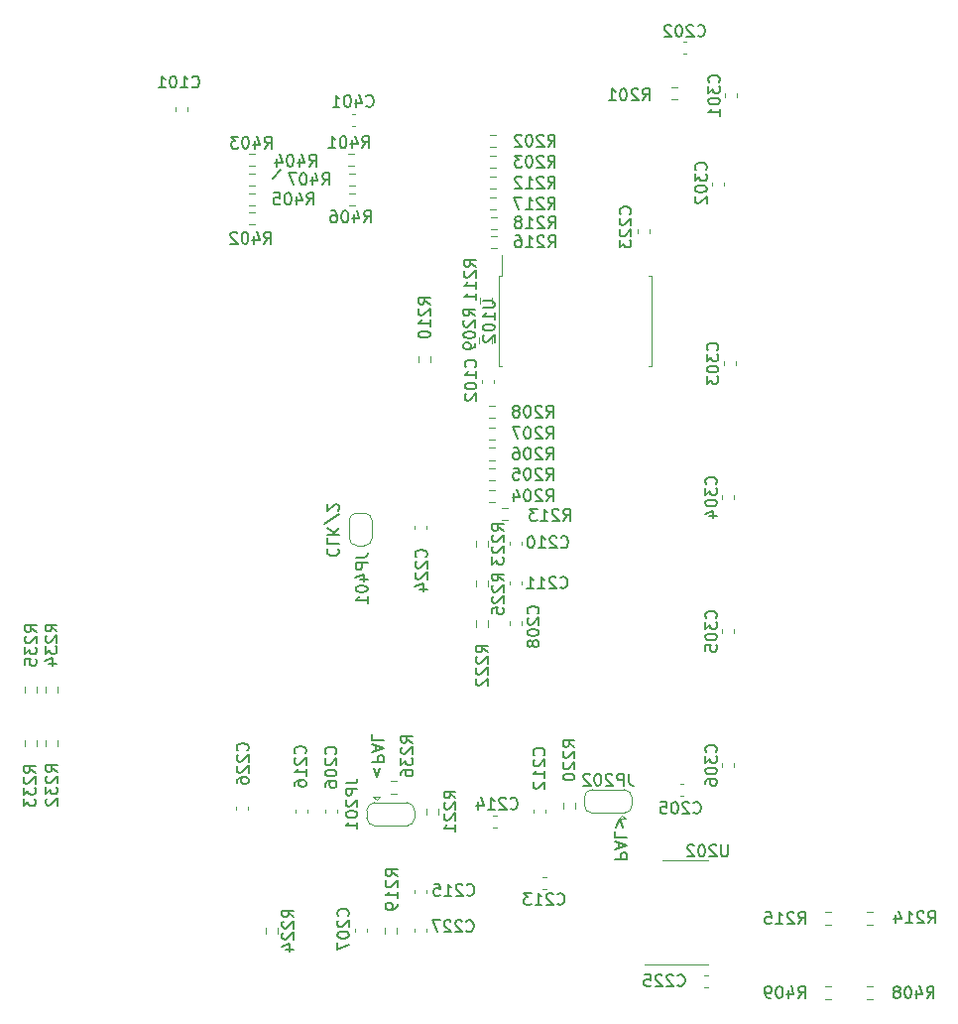
<source format=gbr>
G04 #@! TF.GenerationSoftware,KiCad,Pcbnew,(5.1.8)-1*
G04 #@! TF.CreationDate,2020-12-25T10:48:06+01:00*
G04 #@! TF.ProjectId,VDP-Composite,5644502d-436f-46d7-906f-736974652e6b,v1.0*
G04 #@! TF.SameCoordinates,Original*
G04 #@! TF.FileFunction,Legend,Bot*
G04 #@! TF.FilePolarity,Positive*
%FSLAX46Y46*%
G04 Gerber Fmt 4.6, Leading zero omitted, Abs format (unit mm)*
G04 Created by KiCad (PCBNEW (5.1.8)-1) date 2020-12-25 10:48:06*
%MOMM*%
%LPD*%
G01*
G04 APERTURE LIST*
%ADD10C,0.150000*%
%ADD11C,0.200000*%
%ADD12C,0.120000*%
G04 APERTURE END LIST*
D10*
X111358419Y-214185285D02*
X112358419Y-214185285D01*
X112358419Y-213804333D01*
X112310800Y-213709095D01*
X112263180Y-213661476D01*
X112167942Y-213613857D01*
X112025085Y-213613857D01*
X111929847Y-213661476D01*
X111882228Y-213709095D01*
X111834609Y-213804333D01*
X111834609Y-214185285D01*
X111644133Y-213232904D02*
X111644133Y-212756714D01*
X111358419Y-213328142D02*
X112358419Y-212994809D01*
X111358419Y-212661476D01*
X111358419Y-211851952D02*
X111358419Y-212328142D01*
X112358419Y-212328142D01*
X112025085Y-211518619D02*
X111739371Y-210756714D01*
X111453657Y-211518619D01*
X91298685Y-206362180D02*
X91012971Y-207124085D01*
X90727257Y-206362180D01*
X90632019Y-205885990D02*
X91632019Y-205885990D01*
X91632019Y-205505038D01*
X91584400Y-205409800D01*
X91536780Y-205362180D01*
X91441542Y-205314561D01*
X91298685Y-205314561D01*
X91203447Y-205362180D01*
X91155828Y-205409800D01*
X91108209Y-205505038D01*
X91108209Y-205885990D01*
X90917733Y-204933609D02*
X90917733Y-204457419D01*
X90632019Y-205028847D02*
X91632019Y-204695514D01*
X90632019Y-204362180D01*
X90632019Y-203552657D02*
X90632019Y-204028847D01*
X91632019Y-204028847D01*
X86866457Y-187701038D02*
X86818838Y-187748657D01*
X86771219Y-187891514D01*
X86771219Y-187986752D01*
X86818838Y-188129609D01*
X86914076Y-188224847D01*
X87009314Y-188272466D01*
X87199790Y-188320085D01*
X87342647Y-188320085D01*
X87533123Y-188272466D01*
X87628361Y-188224847D01*
X87723600Y-188129609D01*
X87771219Y-187986752D01*
X87771219Y-187891514D01*
X87723600Y-187748657D01*
X87675980Y-187701038D01*
X86771219Y-186796276D02*
X86771219Y-187272466D01*
X87771219Y-187272466D01*
X86771219Y-186462942D02*
X87771219Y-186462942D01*
X86771219Y-185891514D02*
X87342647Y-186320085D01*
X87771219Y-185891514D02*
X87199790Y-186462942D01*
X87818838Y-184748657D02*
X86533123Y-185605800D01*
X87675980Y-184462942D02*
X87723600Y-184415323D01*
X87771219Y-184320085D01*
X87771219Y-184081990D01*
X87723600Y-183986752D01*
X87675980Y-183939133D01*
X87580742Y-183891514D01*
X87485504Y-183891514D01*
X87342647Y-183939133D01*
X86771219Y-184510561D01*
X86771219Y-183891514D01*
D11*
X82804000Y-155371800D02*
X82143600Y-156083000D01*
D12*
X90802000Y-211337400D02*
X93602000Y-211337400D01*
X94252000Y-210637400D02*
X94252000Y-210037400D01*
X93602000Y-209337400D02*
X90802000Y-209337400D01*
X90152000Y-210037400D02*
X90152000Y-210637400D01*
X91002000Y-209137400D02*
X90702000Y-208837400D01*
X90702000Y-208837400D02*
X91302000Y-208837400D01*
X91002000Y-209137400D02*
X91302000Y-208837400D01*
X93552000Y-211337400D02*
G75*
G03*
X94252000Y-210637400I0J700000D01*
G01*
X94252000Y-210037400D02*
G75*
G03*
X93552000Y-209337400I-700000J0D01*
G01*
X90852000Y-209337400D02*
G75*
G03*
X90152000Y-210037400I0J-700000D01*
G01*
X90152000Y-210637400D02*
G75*
G03*
X90852000Y-211337400I700000J0D01*
G01*
X111969400Y-210445200D02*
X111669400Y-210745200D01*
X112269400Y-210745200D02*
X111669400Y-210745200D01*
X111969400Y-210445200D02*
X112269400Y-210745200D01*
X112819400Y-209545200D02*
X112819400Y-208945200D01*
X109369400Y-210245200D02*
X112169400Y-210245200D01*
X108719400Y-208945200D02*
X108719400Y-209545200D01*
X112169400Y-208245200D02*
X109369400Y-208245200D01*
X112819400Y-208945200D02*
G75*
G03*
X112119400Y-208245200I-700000J0D01*
G01*
X112119400Y-210245200D02*
G75*
G03*
X112819400Y-209545200I0J700000D01*
G01*
X108719400Y-209545200D02*
G75*
G03*
X109419400Y-210245200I700000J0D01*
G01*
X109419400Y-208245200D02*
G75*
G03*
X108719400Y-208945200I0J-700000D01*
G01*
X88636600Y-185329600D02*
X88636600Y-186729600D01*
X89336600Y-187429600D02*
X89936600Y-187429600D01*
X90636600Y-186729600D02*
X90636600Y-185329600D01*
X89936600Y-184629600D02*
X89336600Y-184629600D01*
X88636600Y-186729600D02*
G75*
G03*
X89336600Y-187429600I700000J0D01*
G01*
X89936600Y-187429600D02*
G75*
G03*
X90636600Y-186729600I0J700000D01*
G01*
X90636600Y-185329600D02*
G75*
G03*
X89936600Y-184629600I-700000J0D01*
G01*
X89336600Y-184629600D02*
G75*
G03*
X88636600Y-185329600I0J-700000D01*
G01*
X73810400Y-150043933D02*
X73810400Y-150336467D01*
X74830400Y-150043933D02*
X74830400Y-150336467D01*
X101043200Y-173259533D02*
X101043200Y-173552067D01*
X100023200Y-173259533D02*
X100023200Y-173552067D01*
X117443467Y-144447800D02*
X117150933Y-144447800D01*
X117443467Y-145467800D02*
X117150933Y-145467800D01*
X116896933Y-207744600D02*
X117189467Y-207744600D01*
X116896933Y-208764600D02*
X117189467Y-208764600D01*
X86612000Y-210229667D02*
X86612000Y-209937133D01*
X87632000Y-210229667D02*
X87632000Y-209937133D01*
X90172000Y-220389667D02*
X90172000Y-220097133D01*
X89152000Y-220389667D02*
X89152000Y-220097133D01*
X102360000Y-193883233D02*
X102360000Y-194175767D01*
X103380000Y-193883233D02*
X103380000Y-194175767D01*
X102360000Y-187369667D02*
X102360000Y-187077133D01*
X103380000Y-187369667D02*
X103380000Y-187077133D01*
X102360000Y-190479633D02*
X102360000Y-190772167D01*
X103380000Y-190479633D02*
X103380000Y-190772167D01*
X105412000Y-210229667D02*
X105412000Y-209937133D01*
X104392000Y-210229667D02*
X104392000Y-209937133D01*
X105163233Y-216689400D02*
X105455767Y-216689400D01*
X105163233Y-215669400D02*
X105455767Y-215669400D01*
X100945733Y-210437000D02*
X101238267Y-210437000D01*
X100945733Y-211457000D02*
X101238267Y-211457000D01*
X95252000Y-216795133D02*
X95252000Y-217087667D01*
X94232000Y-216795133D02*
X94232000Y-217087667D01*
X85092000Y-210229667D02*
X85092000Y-209937133D01*
X84072000Y-210229667D02*
X84072000Y-209937133D01*
X114302000Y-160750467D02*
X114302000Y-160457933D01*
X113282000Y-160750467D02*
X113282000Y-160457933D01*
X94232000Y-185998067D02*
X94232000Y-185705533D01*
X95252000Y-185998067D02*
X95252000Y-185705533D01*
X119272267Y-225071400D02*
X118979733Y-225071400D01*
X119272267Y-224051400D02*
X118979733Y-224051400D01*
X78992000Y-209975667D02*
X78992000Y-209683133D01*
X80012000Y-209975667D02*
X80012000Y-209683133D01*
X95252000Y-220389667D02*
X95252000Y-220097133D01*
X94232000Y-220389667D02*
X94232000Y-220097133D01*
X120775000Y-148850133D02*
X120775000Y-149142667D01*
X121795000Y-148850133D02*
X121795000Y-149142667D01*
X119606600Y-156711867D02*
X119606600Y-156419333D01*
X120626600Y-156711867D02*
X120626600Y-156419333D01*
X120648000Y-171710133D02*
X120648000Y-172002667D01*
X121668000Y-171710133D02*
X121668000Y-172002667D01*
X121541000Y-183140133D02*
X121541000Y-183432667D01*
X120521000Y-183140133D02*
X120521000Y-183432667D01*
X120521000Y-194570133D02*
X120521000Y-194862667D01*
X121541000Y-194570133D02*
X121541000Y-194862667D01*
X121541000Y-206000133D02*
X121541000Y-206292667D01*
X120521000Y-206000133D02*
X120521000Y-206292667D01*
X88906133Y-150594600D02*
X89198667Y-150594600D01*
X88906133Y-151614600D02*
X89198667Y-151614600D01*
X116178876Y-149341100D02*
X116688324Y-149341100D01*
X116178876Y-148296100D02*
X116688324Y-148296100D01*
X101219724Y-153430500D02*
X100710276Y-153430500D01*
X101219724Y-152385500D02*
X100710276Y-152385500D01*
X101219724Y-154163500D02*
X100710276Y-154163500D01*
X101219724Y-155208500D02*
X100710276Y-155208500D01*
X101067324Y-182662300D02*
X100557876Y-182662300D01*
X101067324Y-183707300D02*
X100557876Y-183707300D01*
X101067324Y-181878500D02*
X100557876Y-181878500D01*
X101067324Y-180833500D02*
X100557876Y-180833500D01*
X101067324Y-179080900D02*
X100557876Y-179080900D01*
X101067324Y-180125900D02*
X100557876Y-180125900D01*
X101067324Y-178373300D02*
X100557876Y-178373300D01*
X101067324Y-177328300D02*
X100557876Y-177328300D01*
X101067324Y-175499500D02*
X100557876Y-175499500D01*
X101067324Y-176544500D02*
X100557876Y-176544500D01*
X99756700Y-170155324D02*
X99756700Y-169645876D01*
X100801700Y-170155324D02*
X100801700Y-169645876D01*
X94575100Y-171246076D02*
X94575100Y-171755524D01*
X95620100Y-171246076D02*
X95620100Y-171755524D01*
X100827100Y-166242276D02*
X100827100Y-166751724D01*
X99782100Y-166242276D02*
X99782100Y-166751724D01*
X101219724Y-155941500D02*
X100710276Y-155941500D01*
X101219724Y-156986500D02*
X100710276Y-156986500D01*
X101700876Y-185256700D02*
X102210324Y-185256700D01*
X101700876Y-184211700D02*
X102210324Y-184211700D01*
X132841276Y-218704900D02*
X133350724Y-218704900D01*
X132841276Y-219749900D02*
X133350724Y-219749900D01*
X129285276Y-219749900D02*
X129794724Y-219749900D01*
X129285276Y-218704900D02*
X129794724Y-218704900D01*
X101245124Y-160996100D02*
X100735676Y-160996100D01*
X101245124Y-162041100D02*
X100735676Y-162041100D01*
X100710276Y-157719500D02*
X101219724Y-157719500D01*
X100710276Y-158764500D02*
X101219724Y-158764500D01*
X101245124Y-160415500D02*
X100735676Y-160415500D01*
X101245124Y-159370500D02*
X100735676Y-159370500D01*
X91679500Y-220498124D02*
X91679500Y-219988676D01*
X92724500Y-220498124D02*
X92724500Y-219988676D01*
X106919500Y-209320676D02*
X106919500Y-209830124D01*
X107964500Y-209320676D02*
X107964500Y-209830124D01*
X96280500Y-209828676D02*
X96280500Y-210338124D01*
X95235500Y-209828676D02*
X95235500Y-210338124D01*
X99451900Y-193824776D02*
X99451900Y-194334224D01*
X100496900Y-193824776D02*
X100496900Y-194334224D01*
X99451900Y-187530824D02*
X99451900Y-187021376D01*
X100496900Y-187530824D02*
X100496900Y-187021376D01*
X82564500Y-220498124D02*
X82564500Y-219988676D01*
X81519500Y-220498124D02*
X81519500Y-219988676D01*
X99453800Y-190421176D02*
X99453800Y-190930624D01*
X100498800Y-190421176D02*
X100498800Y-190930624D01*
X62723500Y-204496124D02*
X62723500Y-203986676D01*
X63768500Y-204496124D02*
X63768500Y-203986676D01*
X60945500Y-203986676D02*
X60945500Y-204496124D01*
X61990500Y-203986676D02*
X61990500Y-204496124D01*
X63768500Y-199414676D02*
X63768500Y-199924124D01*
X62723500Y-199414676D02*
X62723500Y-199924124D01*
X61990500Y-199924124D02*
X61990500Y-199414676D01*
X60945500Y-199924124D02*
X60945500Y-199414676D01*
X92201276Y-207528900D02*
X92710724Y-207528900D01*
X92201276Y-208573900D02*
X92710724Y-208573900D01*
X88594476Y-153985700D02*
X89103924Y-153985700D01*
X88594476Y-155030700D02*
X89103924Y-155030700D01*
X80569524Y-160034500D02*
X80060076Y-160034500D01*
X80569524Y-158989500D02*
X80060076Y-158989500D01*
X80569524Y-155030700D02*
X80060076Y-155030700D01*
X80569524Y-153985700D02*
X80060076Y-153985700D01*
X80569524Y-155662100D02*
X80060076Y-155662100D01*
X80569524Y-156707100D02*
X80060076Y-156707100D01*
X80569524Y-157338500D02*
X80060076Y-157338500D01*
X80569524Y-158383500D02*
X80060076Y-158383500D01*
X88619876Y-157338500D02*
X89129324Y-157338500D01*
X88619876Y-158383500D02*
X89129324Y-158383500D01*
X88619876Y-155662100D02*
X89129324Y-155662100D01*
X88619876Y-156707100D02*
X89129324Y-156707100D01*
X132841276Y-225054900D02*
X133350724Y-225054900D01*
X132841276Y-226099900D02*
X133350724Y-226099900D01*
X129285276Y-226099900D02*
X129794724Y-226099900D01*
X129285276Y-225054900D02*
X129794724Y-225054900D01*
X117348000Y-214284400D02*
X119298000Y-214284400D01*
X117348000Y-214284400D02*
X115398000Y-214284400D01*
X117348000Y-223154400D02*
X119298000Y-223154400D01*
X117348000Y-223154400D02*
X113898000Y-223154400D01*
X114460000Y-168272400D02*
X114460000Y-172132400D01*
X114460000Y-172132400D02*
X114225000Y-172132400D01*
X114460000Y-168272400D02*
X114460000Y-164412400D01*
X114460000Y-164412400D02*
X114225000Y-164412400D01*
X101440000Y-168272400D02*
X101440000Y-172132400D01*
X101440000Y-172132400D02*
X101675000Y-172132400D01*
X101440000Y-168272400D02*
X101440000Y-164412400D01*
X101440000Y-164412400D02*
X101675000Y-164412400D01*
X101675000Y-164412400D02*
X101675000Y-162597400D01*
D10*
X88352380Y-207688085D02*
X89066666Y-207688085D01*
X89209523Y-207640466D01*
X89304761Y-207545228D01*
X89352380Y-207402371D01*
X89352380Y-207307133D01*
X89352380Y-208164276D02*
X88352380Y-208164276D01*
X88352380Y-208545228D01*
X88400000Y-208640466D01*
X88447619Y-208688085D01*
X88542857Y-208735704D01*
X88685714Y-208735704D01*
X88780952Y-208688085D01*
X88828571Y-208640466D01*
X88876190Y-208545228D01*
X88876190Y-208164276D01*
X88447619Y-209116657D02*
X88400000Y-209164276D01*
X88352380Y-209259514D01*
X88352380Y-209497609D01*
X88400000Y-209592847D01*
X88447619Y-209640466D01*
X88542857Y-209688085D01*
X88638095Y-209688085D01*
X88780952Y-209640466D01*
X89352380Y-209069038D01*
X89352380Y-209688085D01*
X88352380Y-210307133D02*
X88352380Y-210402371D01*
X88400000Y-210497609D01*
X88447619Y-210545228D01*
X88542857Y-210592847D01*
X88733333Y-210640466D01*
X88971428Y-210640466D01*
X89161904Y-210592847D01*
X89257142Y-210545228D01*
X89304761Y-210497609D01*
X89352380Y-210402371D01*
X89352380Y-210307133D01*
X89304761Y-210211895D01*
X89257142Y-210164276D01*
X89161904Y-210116657D01*
X88971428Y-210069038D01*
X88733333Y-210069038D01*
X88542857Y-210116657D01*
X88447619Y-210164276D01*
X88400000Y-210211895D01*
X88352380Y-210307133D01*
X89352380Y-211592847D02*
X89352380Y-211021419D01*
X89352380Y-211307133D02*
X88352380Y-211307133D01*
X88495238Y-211211895D01*
X88590476Y-211116657D01*
X88638095Y-211021419D01*
X112555114Y-206897580D02*
X112555114Y-207611866D01*
X112602733Y-207754723D01*
X112697971Y-207849961D01*
X112840828Y-207897580D01*
X112936066Y-207897580D01*
X112078923Y-207897580D02*
X112078923Y-206897580D01*
X111697971Y-206897580D01*
X111602733Y-206945200D01*
X111555114Y-206992819D01*
X111507495Y-207088057D01*
X111507495Y-207230914D01*
X111555114Y-207326152D01*
X111602733Y-207373771D01*
X111697971Y-207421390D01*
X112078923Y-207421390D01*
X111126542Y-206992819D02*
X111078923Y-206945200D01*
X110983685Y-206897580D01*
X110745590Y-206897580D01*
X110650352Y-206945200D01*
X110602733Y-206992819D01*
X110555114Y-207088057D01*
X110555114Y-207183295D01*
X110602733Y-207326152D01*
X111174161Y-207897580D01*
X110555114Y-207897580D01*
X109936066Y-206897580D02*
X109840828Y-206897580D01*
X109745590Y-206945200D01*
X109697971Y-206992819D01*
X109650352Y-207088057D01*
X109602733Y-207278533D01*
X109602733Y-207516628D01*
X109650352Y-207707104D01*
X109697971Y-207802342D01*
X109745590Y-207849961D01*
X109840828Y-207897580D01*
X109936066Y-207897580D01*
X110031304Y-207849961D01*
X110078923Y-207802342D01*
X110126542Y-207707104D01*
X110174161Y-207516628D01*
X110174161Y-207278533D01*
X110126542Y-207088057D01*
X110078923Y-206992819D01*
X110031304Y-206945200D01*
X109936066Y-206897580D01*
X109221780Y-206992819D02*
X109174161Y-206945200D01*
X109078923Y-206897580D01*
X108840828Y-206897580D01*
X108745590Y-206945200D01*
X108697971Y-206992819D01*
X108650352Y-207088057D01*
X108650352Y-207183295D01*
X108697971Y-207326152D01*
X109269400Y-207897580D01*
X108650352Y-207897580D01*
X89215980Y-188434885D02*
X89930266Y-188434885D01*
X90073123Y-188387266D01*
X90168361Y-188292028D01*
X90215980Y-188149171D01*
X90215980Y-188053933D01*
X90215980Y-188911076D02*
X89215980Y-188911076D01*
X89215980Y-189292028D01*
X89263600Y-189387266D01*
X89311219Y-189434885D01*
X89406457Y-189482504D01*
X89549314Y-189482504D01*
X89644552Y-189434885D01*
X89692171Y-189387266D01*
X89739790Y-189292028D01*
X89739790Y-188911076D01*
X89549314Y-190339647D02*
X90215980Y-190339647D01*
X89168361Y-190101552D02*
X89882647Y-189863457D01*
X89882647Y-190482504D01*
X89215980Y-191053933D02*
X89215980Y-191149171D01*
X89263600Y-191244409D01*
X89311219Y-191292028D01*
X89406457Y-191339647D01*
X89596933Y-191387266D01*
X89835028Y-191387266D01*
X90025504Y-191339647D01*
X90120742Y-191292028D01*
X90168361Y-191244409D01*
X90215980Y-191149171D01*
X90215980Y-191053933D01*
X90168361Y-190958695D01*
X90120742Y-190911076D01*
X90025504Y-190863457D01*
X89835028Y-190815838D01*
X89596933Y-190815838D01*
X89406457Y-190863457D01*
X89311219Y-190911076D01*
X89263600Y-190958695D01*
X89215980Y-191053933D01*
X90215980Y-192339647D02*
X90215980Y-191768219D01*
X90215980Y-192053933D02*
X89215980Y-192053933D01*
X89358838Y-191958695D01*
X89454076Y-191863457D01*
X89501695Y-191768219D01*
X75236247Y-148261342D02*
X75283866Y-148308961D01*
X75426723Y-148356580D01*
X75521961Y-148356580D01*
X75664819Y-148308961D01*
X75760057Y-148213723D01*
X75807676Y-148118485D01*
X75855295Y-147928009D01*
X75855295Y-147785152D01*
X75807676Y-147594676D01*
X75760057Y-147499438D01*
X75664819Y-147404200D01*
X75521961Y-147356580D01*
X75426723Y-147356580D01*
X75283866Y-147404200D01*
X75236247Y-147451819D01*
X74283866Y-148356580D02*
X74855295Y-148356580D01*
X74569580Y-148356580D02*
X74569580Y-147356580D01*
X74664819Y-147499438D01*
X74760057Y-147594676D01*
X74855295Y-147642295D01*
X73664819Y-147356580D02*
X73569580Y-147356580D01*
X73474342Y-147404200D01*
X73426723Y-147451819D01*
X73379104Y-147547057D01*
X73331485Y-147737533D01*
X73331485Y-147975628D01*
X73379104Y-148166104D01*
X73426723Y-148261342D01*
X73474342Y-148308961D01*
X73569580Y-148356580D01*
X73664819Y-148356580D01*
X73760057Y-148308961D01*
X73807676Y-148261342D01*
X73855295Y-148166104D01*
X73902914Y-147975628D01*
X73902914Y-147737533D01*
X73855295Y-147547057D01*
X73807676Y-147451819D01*
X73760057Y-147404200D01*
X73664819Y-147356580D01*
X72379104Y-148356580D02*
X72950533Y-148356580D01*
X72664819Y-148356580D02*
X72664819Y-147356580D01*
X72760057Y-147499438D01*
X72855295Y-147594676D01*
X72950533Y-147642295D01*
X99417142Y-172185152D02*
X99464761Y-172137533D01*
X99512380Y-171994676D01*
X99512380Y-171899438D01*
X99464761Y-171756580D01*
X99369523Y-171661342D01*
X99274285Y-171613723D01*
X99083809Y-171566104D01*
X98940952Y-171566104D01*
X98750476Y-171613723D01*
X98655238Y-171661342D01*
X98560000Y-171756580D01*
X98512380Y-171899438D01*
X98512380Y-171994676D01*
X98560000Y-172137533D01*
X98607619Y-172185152D01*
X99512380Y-173137533D02*
X99512380Y-172566104D01*
X99512380Y-172851819D02*
X98512380Y-172851819D01*
X98655238Y-172756580D01*
X98750476Y-172661342D01*
X98798095Y-172566104D01*
X98512380Y-173756580D02*
X98512380Y-173851819D01*
X98560000Y-173947057D01*
X98607619Y-173994676D01*
X98702857Y-174042295D01*
X98893333Y-174089914D01*
X99131428Y-174089914D01*
X99321904Y-174042295D01*
X99417142Y-173994676D01*
X99464761Y-173947057D01*
X99512380Y-173851819D01*
X99512380Y-173756580D01*
X99464761Y-173661342D01*
X99417142Y-173613723D01*
X99321904Y-173566104D01*
X99131428Y-173518485D01*
X98893333Y-173518485D01*
X98702857Y-173566104D01*
X98607619Y-173613723D01*
X98560000Y-173661342D01*
X98512380Y-173756580D01*
X98607619Y-174470866D02*
X98560000Y-174518485D01*
X98512380Y-174613723D01*
X98512380Y-174851819D01*
X98560000Y-174947057D01*
X98607619Y-174994676D01*
X98702857Y-175042295D01*
X98798095Y-175042295D01*
X98940952Y-174994676D01*
X99512380Y-174423247D01*
X99512380Y-175042295D01*
X118416247Y-143884942D02*
X118463866Y-143932561D01*
X118606723Y-143980180D01*
X118701961Y-143980180D01*
X118844819Y-143932561D01*
X118940057Y-143837323D01*
X118987676Y-143742085D01*
X119035295Y-143551609D01*
X119035295Y-143408752D01*
X118987676Y-143218276D01*
X118940057Y-143123038D01*
X118844819Y-143027800D01*
X118701961Y-142980180D01*
X118606723Y-142980180D01*
X118463866Y-143027800D01*
X118416247Y-143075419D01*
X118035295Y-143075419D02*
X117987676Y-143027800D01*
X117892438Y-142980180D01*
X117654342Y-142980180D01*
X117559104Y-143027800D01*
X117511485Y-143075419D01*
X117463866Y-143170657D01*
X117463866Y-143265895D01*
X117511485Y-143408752D01*
X118082914Y-143980180D01*
X117463866Y-143980180D01*
X116844819Y-142980180D02*
X116749580Y-142980180D01*
X116654342Y-143027800D01*
X116606723Y-143075419D01*
X116559104Y-143170657D01*
X116511485Y-143361133D01*
X116511485Y-143599228D01*
X116559104Y-143789704D01*
X116606723Y-143884942D01*
X116654342Y-143932561D01*
X116749580Y-143980180D01*
X116844819Y-143980180D01*
X116940057Y-143932561D01*
X116987676Y-143884942D01*
X117035295Y-143789704D01*
X117082914Y-143599228D01*
X117082914Y-143361133D01*
X117035295Y-143170657D01*
X116987676Y-143075419D01*
X116940057Y-143027800D01*
X116844819Y-142980180D01*
X116130533Y-143075419D02*
X116082914Y-143027800D01*
X115987676Y-142980180D01*
X115749580Y-142980180D01*
X115654342Y-143027800D01*
X115606723Y-143075419D01*
X115559104Y-143170657D01*
X115559104Y-143265895D01*
X115606723Y-143408752D01*
X116178152Y-143980180D01*
X115559104Y-143980180D01*
X118060647Y-210186542D02*
X118108266Y-210234161D01*
X118251123Y-210281780D01*
X118346361Y-210281780D01*
X118489219Y-210234161D01*
X118584457Y-210138923D01*
X118632076Y-210043685D01*
X118679695Y-209853209D01*
X118679695Y-209710352D01*
X118632076Y-209519876D01*
X118584457Y-209424638D01*
X118489219Y-209329400D01*
X118346361Y-209281780D01*
X118251123Y-209281780D01*
X118108266Y-209329400D01*
X118060647Y-209377019D01*
X117679695Y-209377019D02*
X117632076Y-209329400D01*
X117536838Y-209281780D01*
X117298742Y-209281780D01*
X117203504Y-209329400D01*
X117155885Y-209377019D01*
X117108266Y-209472257D01*
X117108266Y-209567495D01*
X117155885Y-209710352D01*
X117727314Y-210281780D01*
X117108266Y-210281780D01*
X116489219Y-209281780D02*
X116393980Y-209281780D01*
X116298742Y-209329400D01*
X116251123Y-209377019D01*
X116203504Y-209472257D01*
X116155885Y-209662733D01*
X116155885Y-209900828D01*
X116203504Y-210091304D01*
X116251123Y-210186542D01*
X116298742Y-210234161D01*
X116393980Y-210281780D01*
X116489219Y-210281780D01*
X116584457Y-210234161D01*
X116632076Y-210186542D01*
X116679695Y-210091304D01*
X116727314Y-209900828D01*
X116727314Y-209662733D01*
X116679695Y-209472257D01*
X116632076Y-209377019D01*
X116584457Y-209329400D01*
X116489219Y-209281780D01*
X115251123Y-209281780D02*
X115727314Y-209281780D01*
X115774933Y-209757971D01*
X115727314Y-209710352D01*
X115632076Y-209662733D01*
X115393980Y-209662733D01*
X115298742Y-209710352D01*
X115251123Y-209757971D01*
X115203504Y-209853209D01*
X115203504Y-210091304D01*
X115251123Y-210186542D01*
X115298742Y-210234161D01*
X115393980Y-210281780D01*
X115632076Y-210281780D01*
X115727314Y-210234161D01*
X115774933Y-210186542D01*
X87479142Y-205205152D02*
X87526761Y-205157533D01*
X87574380Y-205014676D01*
X87574380Y-204919438D01*
X87526761Y-204776580D01*
X87431523Y-204681342D01*
X87336285Y-204633723D01*
X87145809Y-204586104D01*
X87002952Y-204586104D01*
X86812476Y-204633723D01*
X86717238Y-204681342D01*
X86622000Y-204776580D01*
X86574380Y-204919438D01*
X86574380Y-205014676D01*
X86622000Y-205157533D01*
X86669619Y-205205152D01*
X86669619Y-205586104D02*
X86622000Y-205633723D01*
X86574380Y-205728961D01*
X86574380Y-205967057D01*
X86622000Y-206062295D01*
X86669619Y-206109914D01*
X86764857Y-206157533D01*
X86860095Y-206157533D01*
X87002952Y-206109914D01*
X87574380Y-205538485D01*
X87574380Y-206157533D01*
X86574380Y-206776580D02*
X86574380Y-206871819D01*
X86622000Y-206967057D01*
X86669619Y-207014676D01*
X86764857Y-207062295D01*
X86955333Y-207109914D01*
X87193428Y-207109914D01*
X87383904Y-207062295D01*
X87479142Y-207014676D01*
X87526761Y-206967057D01*
X87574380Y-206871819D01*
X87574380Y-206776580D01*
X87526761Y-206681342D01*
X87479142Y-206633723D01*
X87383904Y-206586104D01*
X87193428Y-206538485D01*
X86955333Y-206538485D01*
X86764857Y-206586104D01*
X86669619Y-206633723D01*
X86622000Y-206681342D01*
X86574380Y-206776580D01*
X86574380Y-207967057D02*
X86574380Y-207776580D01*
X86622000Y-207681342D01*
X86669619Y-207633723D01*
X86812476Y-207538485D01*
X87002952Y-207490866D01*
X87383904Y-207490866D01*
X87479142Y-207538485D01*
X87526761Y-207586104D01*
X87574380Y-207681342D01*
X87574380Y-207871819D01*
X87526761Y-207967057D01*
X87479142Y-208014676D01*
X87383904Y-208062295D01*
X87145809Y-208062295D01*
X87050571Y-208014676D01*
X87002952Y-207967057D01*
X86955333Y-207871819D01*
X86955333Y-207681342D01*
X87002952Y-207586104D01*
X87050571Y-207538485D01*
X87145809Y-207490866D01*
X88545942Y-219022752D02*
X88593561Y-218975133D01*
X88641180Y-218832276D01*
X88641180Y-218737038D01*
X88593561Y-218594180D01*
X88498323Y-218498942D01*
X88403085Y-218451323D01*
X88212609Y-218403704D01*
X88069752Y-218403704D01*
X87879276Y-218451323D01*
X87784038Y-218498942D01*
X87688800Y-218594180D01*
X87641180Y-218737038D01*
X87641180Y-218832276D01*
X87688800Y-218975133D01*
X87736419Y-219022752D01*
X87736419Y-219403704D02*
X87688800Y-219451323D01*
X87641180Y-219546561D01*
X87641180Y-219784657D01*
X87688800Y-219879895D01*
X87736419Y-219927514D01*
X87831657Y-219975133D01*
X87926895Y-219975133D01*
X88069752Y-219927514D01*
X88641180Y-219356085D01*
X88641180Y-219975133D01*
X87641180Y-220594180D02*
X87641180Y-220689419D01*
X87688800Y-220784657D01*
X87736419Y-220832276D01*
X87831657Y-220879895D01*
X88022133Y-220927514D01*
X88260228Y-220927514D01*
X88450704Y-220879895D01*
X88545942Y-220832276D01*
X88593561Y-220784657D01*
X88641180Y-220689419D01*
X88641180Y-220594180D01*
X88593561Y-220498942D01*
X88545942Y-220451323D01*
X88450704Y-220403704D01*
X88260228Y-220356085D01*
X88022133Y-220356085D01*
X87831657Y-220403704D01*
X87736419Y-220451323D01*
X87688800Y-220498942D01*
X87641180Y-220594180D01*
X87641180Y-221260847D02*
X87641180Y-221927514D01*
X88641180Y-221498942D01*
X104751142Y-193216352D02*
X104798761Y-193168733D01*
X104846380Y-193025876D01*
X104846380Y-192930638D01*
X104798761Y-192787780D01*
X104703523Y-192692542D01*
X104608285Y-192644923D01*
X104417809Y-192597304D01*
X104274952Y-192597304D01*
X104084476Y-192644923D01*
X103989238Y-192692542D01*
X103894000Y-192787780D01*
X103846380Y-192930638D01*
X103846380Y-193025876D01*
X103894000Y-193168733D01*
X103941619Y-193216352D01*
X103941619Y-193597304D02*
X103894000Y-193644923D01*
X103846380Y-193740161D01*
X103846380Y-193978257D01*
X103894000Y-194073495D01*
X103941619Y-194121114D01*
X104036857Y-194168733D01*
X104132095Y-194168733D01*
X104274952Y-194121114D01*
X104846380Y-193549685D01*
X104846380Y-194168733D01*
X103846380Y-194787780D02*
X103846380Y-194883019D01*
X103894000Y-194978257D01*
X103941619Y-195025876D01*
X104036857Y-195073495D01*
X104227333Y-195121114D01*
X104465428Y-195121114D01*
X104655904Y-195073495D01*
X104751142Y-195025876D01*
X104798761Y-194978257D01*
X104846380Y-194883019D01*
X104846380Y-194787780D01*
X104798761Y-194692542D01*
X104751142Y-194644923D01*
X104655904Y-194597304D01*
X104465428Y-194549685D01*
X104227333Y-194549685D01*
X104036857Y-194597304D01*
X103941619Y-194644923D01*
X103894000Y-194692542D01*
X103846380Y-194787780D01*
X104274952Y-195692542D02*
X104227333Y-195597304D01*
X104179714Y-195549685D01*
X104084476Y-195502066D01*
X104036857Y-195502066D01*
X103941619Y-195549685D01*
X103894000Y-195597304D01*
X103846380Y-195692542D01*
X103846380Y-195883019D01*
X103894000Y-195978257D01*
X103941619Y-196025876D01*
X104036857Y-196073495D01*
X104084476Y-196073495D01*
X104179714Y-196025876D01*
X104227333Y-195978257D01*
X104274952Y-195883019D01*
X104274952Y-195692542D01*
X104322571Y-195597304D01*
X104370190Y-195549685D01*
X104465428Y-195502066D01*
X104655904Y-195502066D01*
X104751142Y-195549685D01*
X104798761Y-195597304D01*
X104846380Y-195692542D01*
X104846380Y-195883019D01*
X104798761Y-195978257D01*
X104751142Y-196025876D01*
X104655904Y-196073495D01*
X104465428Y-196073495D01*
X104370190Y-196025876D01*
X104322571Y-195978257D01*
X104274952Y-195883019D01*
X106732247Y-187529742D02*
X106779866Y-187577361D01*
X106922723Y-187624980D01*
X107017961Y-187624980D01*
X107160819Y-187577361D01*
X107256057Y-187482123D01*
X107303676Y-187386885D01*
X107351295Y-187196409D01*
X107351295Y-187053552D01*
X107303676Y-186863076D01*
X107256057Y-186767838D01*
X107160819Y-186672600D01*
X107017961Y-186624980D01*
X106922723Y-186624980D01*
X106779866Y-186672600D01*
X106732247Y-186720219D01*
X106351295Y-186720219D02*
X106303676Y-186672600D01*
X106208438Y-186624980D01*
X105970342Y-186624980D01*
X105875104Y-186672600D01*
X105827485Y-186720219D01*
X105779866Y-186815457D01*
X105779866Y-186910695D01*
X105827485Y-187053552D01*
X106398914Y-187624980D01*
X105779866Y-187624980D01*
X104827485Y-187624980D02*
X105398914Y-187624980D01*
X105113200Y-187624980D02*
X105113200Y-186624980D01*
X105208438Y-186767838D01*
X105303676Y-186863076D01*
X105398914Y-186910695D01*
X104208438Y-186624980D02*
X104113200Y-186624980D01*
X104017961Y-186672600D01*
X103970342Y-186720219D01*
X103922723Y-186815457D01*
X103875104Y-187005933D01*
X103875104Y-187244028D01*
X103922723Y-187434504D01*
X103970342Y-187529742D01*
X104017961Y-187577361D01*
X104113200Y-187624980D01*
X104208438Y-187624980D01*
X104303676Y-187577361D01*
X104351295Y-187529742D01*
X104398914Y-187434504D01*
X104446533Y-187244028D01*
X104446533Y-187005933D01*
X104398914Y-186815457D01*
X104351295Y-186720219D01*
X104303676Y-186672600D01*
X104208438Y-186624980D01*
X106681447Y-190983042D02*
X106729066Y-191030661D01*
X106871923Y-191078280D01*
X106967161Y-191078280D01*
X107110019Y-191030661D01*
X107205257Y-190935423D01*
X107252876Y-190840185D01*
X107300495Y-190649709D01*
X107300495Y-190506852D01*
X107252876Y-190316376D01*
X107205257Y-190221138D01*
X107110019Y-190125900D01*
X106967161Y-190078280D01*
X106871923Y-190078280D01*
X106729066Y-190125900D01*
X106681447Y-190173519D01*
X106300495Y-190173519D02*
X106252876Y-190125900D01*
X106157638Y-190078280D01*
X105919542Y-190078280D01*
X105824304Y-190125900D01*
X105776685Y-190173519D01*
X105729066Y-190268757D01*
X105729066Y-190363995D01*
X105776685Y-190506852D01*
X106348114Y-191078280D01*
X105729066Y-191078280D01*
X104776685Y-191078280D02*
X105348114Y-191078280D01*
X105062400Y-191078280D02*
X105062400Y-190078280D01*
X105157638Y-190221138D01*
X105252876Y-190316376D01*
X105348114Y-190363995D01*
X103824304Y-191078280D02*
X104395733Y-191078280D01*
X104110019Y-191078280D02*
X104110019Y-190078280D01*
X104205257Y-190221138D01*
X104300495Y-190316376D01*
X104395733Y-190363995D01*
X105259142Y-205306752D02*
X105306761Y-205259133D01*
X105354380Y-205116276D01*
X105354380Y-205021038D01*
X105306761Y-204878180D01*
X105211523Y-204782942D01*
X105116285Y-204735323D01*
X104925809Y-204687704D01*
X104782952Y-204687704D01*
X104592476Y-204735323D01*
X104497238Y-204782942D01*
X104402000Y-204878180D01*
X104354380Y-205021038D01*
X104354380Y-205116276D01*
X104402000Y-205259133D01*
X104449619Y-205306752D01*
X104449619Y-205687704D02*
X104402000Y-205735323D01*
X104354380Y-205830561D01*
X104354380Y-206068657D01*
X104402000Y-206163895D01*
X104449619Y-206211514D01*
X104544857Y-206259133D01*
X104640095Y-206259133D01*
X104782952Y-206211514D01*
X105354380Y-205640085D01*
X105354380Y-206259133D01*
X105354380Y-207211514D02*
X105354380Y-206640085D01*
X105354380Y-206925800D02*
X104354380Y-206925800D01*
X104497238Y-206830561D01*
X104592476Y-206735323D01*
X104640095Y-206640085D01*
X104449619Y-207592466D02*
X104402000Y-207640085D01*
X104354380Y-207735323D01*
X104354380Y-207973419D01*
X104402000Y-208068657D01*
X104449619Y-208116276D01*
X104544857Y-208163895D01*
X104640095Y-208163895D01*
X104782952Y-208116276D01*
X105354380Y-207544847D01*
X105354380Y-208163895D01*
X106428547Y-217966542D02*
X106476166Y-218014161D01*
X106619023Y-218061780D01*
X106714261Y-218061780D01*
X106857119Y-218014161D01*
X106952357Y-217918923D01*
X106999976Y-217823685D01*
X107047595Y-217633209D01*
X107047595Y-217490352D01*
X106999976Y-217299876D01*
X106952357Y-217204638D01*
X106857119Y-217109400D01*
X106714261Y-217061780D01*
X106619023Y-217061780D01*
X106476166Y-217109400D01*
X106428547Y-217157019D01*
X106047595Y-217157019D02*
X105999976Y-217109400D01*
X105904738Y-217061780D01*
X105666642Y-217061780D01*
X105571404Y-217109400D01*
X105523785Y-217157019D01*
X105476166Y-217252257D01*
X105476166Y-217347495D01*
X105523785Y-217490352D01*
X106095214Y-218061780D01*
X105476166Y-218061780D01*
X104523785Y-218061780D02*
X105095214Y-218061780D01*
X104809500Y-218061780D02*
X104809500Y-217061780D01*
X104904738Y-217204638D01*
X104999976Y-217299876D01*
X105095214Y-217347495D01*
X104190452Y-217061780D02*
X103571404Y-217061780D01*
X103904738Y-217442733D01*
X103761880Y-217442733D01*
X103666642Y-217490352D01*
X103619023Y-217537971D01*
X103571404Y-217633209D01*
X103571404Y-217871304D01*
X103619023Y-217966542D01*
X103666642Y-218014161D01*
X103761880Y-218061780D01*
X104047595Y-218061780D01*
X104142833Y-218014161D01*
X104190452Y-217966542D01*
X102414247Y-209830942D02*
X102461866Y-209878561D01*
X102604723Y-209926180D01*
X102699961Y-209926180D01*
X102842819Y-209878561D01*
X102938057Y-209783323D01*
X102985676Y-209688085D01*
X103033295Y-209497609D01*
X103033295Y-209354752D01*
X102985676Y-209164276D01*
X102938057Y-209069038D01*
X102842819Y-208973800D01*
X102699961Y-208926180D01*
X102604723Y-208926180D01*
X102461866Y-208973800D01*
X102414247Y-209021419D01*
X102033295Y-209021419D02*
X101985676Y-208973800D01*
X101890438Y-208926180D01*
X101652342Y-208926180D01*
X101557104Y-208973800D01*
X101509485Y-209021419D01*
X101461866Y-209116657D01*
X101461866Y-209211895D01*
X101509485Y-209354752D01*
X102080914Y-209926180D01*
X101461866Y-209926180D01*
X100509485Y-209926180D02*
X101080914Y-209926180D01*
X100795200Y-209926180D02*
X100795200Y-208926180D01*
X100890438Y-209069038D01*
X100985676Y-209164276D01*
X101080914Y-209211895D01*
X99652342Y-209259514D02*
X99652342Y-209926180D01*
X99890438Y-208878561D02*
X100128533Y-209592847D01*
X99509485Y-209592847D01*
X98705847Y-217196942D02*
X98753466Y-217244561D01*
X98896323Y-217292180D01*
X98991561Y-217292180D01*
X99134419Y-217244561D01*
X99229657Y-217149323D01*
X99277276Y-217054085D01*
X99324895Y-216863609D01*
X99324895Y-216720752D01*
X99277276Y-216530276D01*
X99229657Y-216435038D01*
X99134419Y-216339800D01*
X98991561Y-216292180D01*
X98896323Y-216292180D01*
X98753466Y-216339800D01*
X98705847Y-216387419D01*
X98324895Y-216387419D02*
X98277276Y-216339800D01*
X98182038Y-216292180D01*
X97943942Y-216292180D01*
X97848704Y-216339800D01*
X97801085Y-216387419D01*
X97753466Y-216482657D01*
X97753466Y-216577895D01*
X97801085Y-216720752D01*
X98372514Y-217292180D01*
X97753466Y-217292180D01*
X96801085Y-217292180D02*
X97372514Y-217292180D01*
X97086800Y-217292180D02*
X97086800Y-216292180D01*
X97182038Y-216435038D01*
X97277276Y-216530276D01*
X97372514Y-216577895D01*
X95896323Y-216292180D02*
X96372514Y-216292180D01*
X96420133Y-216768371D01*
X96372514Y-216720752D01*
X96277276Y-216673133D01*
X96039180Y-216673133D01*
X95943942Y-216720752D01*
X95896323Y-216768371D01*
X95848704Y-216863609D01*
X95848704Y-217101704D01*
X95896323Y-217196942D01*
X95943942Y-217244561D01*
X96039180Y-217292180D01*
X96277276Y-217292180D01*
X96372514Y-217244561D01*
X96420133Y-217196942D01*
X84888342Y-205154352D02*
X84935961Y-205106733D01*
X84983580Y-204963876D01*
X84983580Y-204868638D01*
X84935961Y-204725780D01*
X84840723Y-204630542D01*
X84745485Y-204582923D01*
X84555009Y-204535304D01*
X84412152Y-204535304D01*
X84221676Y-204582923D01*
X84126438Y-204630542D01*
X84031200Y-204725780D01*
X83983580Y-204868638D01*
X83983580Y-204963876D01*
X84031200Y-205106733D01*
X84078819Y-205154352D01*
X84078819Y-205535304D02*
X84031200Y-205582923D01*
X83983580Y-205678161D01*
X83983580Y-205916257D01*
X84031200Y-206011495D01*
X84078819Y-206059114D01*
X84174057Y-206106733D01*
X84269295Y-206106733D01*
X84412152Y-206059114D01*
X84983580Y-205487685D01*
X84983580Y-206106733D01*
X84983580Y-207059114D02*
X84983580Y-206487685D01*
X84983580Y-206773400D02*
X83983580Y-206773400D01*
X84126438Y-206678161D01*
X84221676Y-206582923D01*
X84269295Y-206487685D01*
X83983580Y-207916257D02*
X83983580Y-207725780D01*
X84031200Y-207630542D01*
X84078819Y-207582923D01*
X84221676Y-207487685D01*
X84412152Y-207440066D01*
X84793104Y-207440066D01*
X84888342Y-207487685D01*
X84935961Y-207535304D01*
X84983580Y-207630542D01*
X84983580Y-207821019D01*
X84935961Y-207916257D01*
X84888342Y-207963876D01*
X84793104Y-208011495D01*
X84555009Y-208011495D01*
X84459771Y-207963876D01*
X84412152Y-207916257D01*
X84364533Y-207821019D01*
X84364533Y-207630542D01*
X84412152Y-207535304D01*
X84459771Y-207487685D01*
X84555009Y-207440066D01*
X112625142Y-159129552D02*
X112672761Y-159081933D01*
X112720380Y-158939076D01*
X112720380Y-158843838D01*
X112672761Y-158700980D01*
X112577523Y-158605742D01*
X112482285Y-158558123D01*
X112291809Y-158510504D01*
X112148952Y-158510504D01*
X111958476Y-158558123D01*
X111863238Y-158605742D01*
X111768000Y-158700980D01*
X111720380Y-158843838D01*
X111720380Y-158939076D01*
X111768000Y-159081933D01*
X111815619Y-159129552D01*
X111815619Y-159510504D02*
X111768000Y-159558123D01*
X111720380Y-159653361D01*
X111720380Y-159891457D01*
X111768000Y-159986695D01*
X111815619Y-160034314D01*
X111910857Y-160081933D01*
X112006095Y-160081933D01*
X112148952Y-160034314D01*
X112720380Y-159462885D01*
X112720380Y-160081933D01*
X111815619Y-160462885D02*
X111768000Y-160510504D01*
X111720380Y-160605742D01*
X111720380Y-160843838D01*
X111768000Y-160939076D01*
X111815619Y-160986695D01*
X111910857Y-161034314D01*
X112006095Y-161034314D01*
X112148952Y-160986695D01*
X112720380Y-160415266D01*
X112720380Y-161034314D01*
X111720380Y-161367647D02*
X111720380Y-161986695D01*
X112101333Y-161653361D01*
X112101333Y-161796219D01*
X112148952Y-161891457D01*
X112196571Y-161939076D01*
X112291809Y-161986695D01*
X112529904Y-161986695D01*
X112625142Y-161939076D01*
X112672761Y-161891457D01*
X112720380Y-161796219D01*
X112720380Y-161510504D01*
X112672761Y-161415266D01*
X112625142Y-161367647D01*
X95200742Y-188390352D02*
X95248361Y-188342733D01*
X95295980Y-188199876D01*
X95295980Y-188104638D01*
X95248361Y-187961780D01*
X95153123Y-187866542D01*
X95057885Y-187818923D01*
X94867409Y-187771304D01*
X94724552Y-187771304D01*
X94534076Y-187818923D01*
X94438838Y-187866542D01*
X94343600Y-187961780D01*
X94295980Y-188104638D01*
X94295980Y-188199876D01*
X94343600Y-188342733D01*
X94391219Y-188390352D01*
X94391219Y-188771304D02*
X94343600Y-188818923D01*
X94295980Y-188914161D01*
X94295980Y-189152257D01*
X94343600Y-189247495D01*
X94391219Y-189295114D01*
X94486457Y-189342733D01*
X94581695Y-189342733D01*
X94724552Y-189295114D01*
X95295980Y-188723685D01*
X95295980Y-189342733D01*
X94391219Y-189723685D02*
X94343600Y-189771304D01*
X94295980Y-189866542D01*
X94295980Y-190104638D01*
X94343600Y-190199876D01*
X94391219Y-190247495D01*
X94486457Y-190295114D01*
X94581695Y-190295114D01*
X94724552Y-190247495D01*
X95295980Y-189676066D01*
X95295980Y-190295114D01*
X94629314Y-191152257D02*
X95295980Y-191152257D01*
X94248361Y-190914161D02*
X94962647Y-190676066D01*
X94962647Y-191295114D01*
X116689047Y-224918542D02*
X116736666Y-224966161D01*
X116879523Y-225013780D01*
X116974761Y-225013780D01*
X117117619Y-224966161D01*
X117212857Y-224870923D01*
X117260476Y-224775685D01*
X117308095Y-224585209D01*
X117308095Y-224442352D01*
X117260476Y-224251876D01*
X117212857Y-224156638D01*
X117117619Y-224061400D01*
X116974761Y-224013780D01*
X116879523Y-224013780D01*
X116736666Y-224061400D01*
X116689047Y-224109019D01*
X116308095Y-224109019D02*
X116260476Y-224061400D01*
X116165238Y-224013780D01*
X115927142Y-224013780D01*
X115831904Y-224061400D01*
X115784285Y-224109019D01*
X115736666Y-224204257D01*
X115736666Y-224299495D01*
X115784285Y-224442352D01*
X116355714Y-225013780D01*
X115736666Y-225013780D01*
X115355714Y-224109019D02*
X115308095Y-224061400D01*
X115212857Y-224013780D01*
X114974761Y-224013780D01*
X114879523Y-224061400D01*
X114831904Y-224109019D01*
X114784285Y-224204257D01*
X114784285Y-224299495D01*
X114831904Y-224442352D01*
X115403333Y-225013780D01*
X114784285Y-225013780D01*
X113879523Y-224013780D02*
X114355714Y-224013780D01*
X114403333Y-224489971D01*
X114355714Y-224442352D01*
X114260476Y-224394733D01*
X114022380Y-224394733D01*
X113927142Y-224442352D01*
X113879523Y-224489971D01*
X113831904Y-224585209D01*
X113831904Y-224823304D01*
X113879523Y-224918542D01*
X113927142Y-224966161D01*
X114022380Y-225013780D01*
X114260476Y-225013780D01*
X114355714Y-224966161D01*
X114403333Y-224918542D01*
X79960742Y-204900352D02*
X80008361Y-204852733D01*
X80055980Y-204709876D01*
X80055980Y-204614638D01*
X80008361Y-204471780D01*
X79913123Y-204376542D01*
X79817885Y-204328923D01*
X79627409Y-204281304D01*
X79484552Y-204281304D01*
X79294076Y-204328923D01*
X79198838Y-204376542D01*
X79103600Y-204471780D01*
X79055980Y-204614638D01*
X79055980Y-204709876D01*
X79103600Y-204852733D01*
X79151219Y-204900352D01*
X79151219Y-205281304D02*
X79103600Y-205328923D01*
X79055980Y-205424161D01*
X79055980Y-205662257D01*
X79103600Y-205757495D01*
X79151219Y-205805114D01*
X79246457Y-205852733D01*
X79341695Y-205852733D01*
X79484552Y-205805114D01*
X80055980Y-205233685D01*
X80055980Y-205852733D01*
X79151219Y-206233685D02*
X79103600Y-206281304D01*
X79055980Y-206376542D01*
X79055980Y-206614638D01*
X79103600Y-206709876D01*
X79151219Y-206757495D01*
X79246457Y-206805114D01*
X79341695Y-206805114D01*
X79484552Y-206757495D01*
X80055980Y-206186066D01*
X80055980Y-206805114D01*
X79055980Y-207662257D02*
X79055980Y-207471780D01*
X79103600Y-207376542D01*
X79151219Y-207328923D01*
X79294076Y-207233685D01*
X79484552Y-207186066D01*
X79865504Y-207186066D01*
X79960742Y-207233685D01*
X80008361Y-207281304D01*
X80055980Y-207376542D01*
X80055980Y-207567019D01*
X80008361Y-207662257D01*
X79960742Y-207709876D01*
X79865504Y-207757495D01*
X79627409Y-207757495D01*
X79532171Y-207709876D01*
X79484552Y-207662257D01*
X79436933Y-207567019D01*
X79436933Y-207376542D01*
X79484552Y-207281304D01*
X79532171Y-207233685D01*
X79627409Y-207186066D01*
X98655047Y-220295742D02*
X98702666Y-220343361D01*
X98845523Y-220390980D01*
X98940761Y-220390980D01*
X99083619Y-220343361D01*
X99178857Y-220248123D01*
X99226476Y-220152885D01*
X99274095Y-219962409D01*
X99274095Y-219819552D01*
X99226476Y-219629076D01*
X99178857Y-219533838D01*
X99083619Y-219438600D01*
X98940761Y-219390980D01*
X98845523Y-219390980D01*
X98702666Y-219438600D01*
X98655047Y-219486219D01*
X98274095Y-219486219D02*
X98226476Y-219438600D01*
X98131238Y-219390980D01*
X97893142Y-219390980D01*
X97797904Y-219438600D01*
X97750285Y-219486219D01*
X97702666Y-219581457D01*
X97702666Y-219676695D01*
X97750285Y-219819552D01*
X98321714Y-220390980D01*
X97702666Y-220390980D01*
X97321714Y-219486219D02*
X97274095Y-219438600D01*
X97178857Y-219390980D01*
X96940761Y-219390980D01*
X96845523Y-219438600D01*
X96797904Y-219486219D01*
X96750285Y-219581457D01*
X96750285Y-219676695D01*
X96797904Y-219819552D01*
X97369333Y-220390980D01*
X96750285Y-220390980D01*
X96416952Y-219390980D02*
X95750285Y-219390980D01*
X96178857Y-220390980D01*
X120212142Y-147877352D02*
X120259761Y-147829733D01*
X120307380Y-147686876D01*
X120307380Y-147591638D01*
X120259761Y-147448780D01*
X120164523Y-147353542D01*
X120069285Y-147305923D01*
X119878809Y-147258304D01*
X119735952Y-147258304D01*
X119545476Y-147305923D01*
X119450238Y-147353542D01*
X119355000Y-147448780D01*
X119307380Y-147591638D01*
X119307380Y-147686876D01*
X119355000Y-147829733D01*
X119402619Y-147877352D01*
X119307380Y-148210685D02*
X119307380Y-148829733D01*
X119688333Y-148496400D01*
X119688333Y-148639257D01*
X119735952Y-148734495D01*
X119783571Y-148782114D01*
X119878809Y-148829733D01*
X120116904Y-148829733D01*
X120212142Y-148782114D01*
X120259761Y-148734495D01*
X120307380Y-148639257D01*
X120307380Y-148353542D01*
X120259761Y-148258304D01*
X120212142Y-148210685D01*
X119307380Y-149448780D02*
X119307380Y-149544019D01*
X119355000Y-149639257D01*
X119402619Y-149686876D01*
X119497857Y-149734495D01*
X119688333Y-149782114D01*
X119926428Y-149782114D01*
X120116904Y-149734495D01*
X120212142Y-149686876D01*
X120259761Y-149639257D01*
X120307380Y-149544019D01*
X120307380Y-149448780D01*
X120259761Y-149353542D01*
X120212142Y-149305923D01*
X120116904Y-149258304D01*
X119926428Y-149210685D01*
X119688333Y-149210685D01*
X119497857Y-149258304D01*
X119402619Y-149305923D01*
X119355000Y-149353542D01*
X119307380Y-149448780D01*
X120307380Y-150734495D02*
X120307380Y-150163066D01*
X120307380Y-150448780D02*
X119307380Y-150448780D01*
X119450238Y-150353542D01*
X119545476Y-150258304D01*
X119593095Y-150163066D01*
X119089442Y-155357652D02*
X119137061Y-155310033D01*
X119184680Y-155167176D01*
X119184680Y-155071938D01*
X119137061Y-154929080D01*
X119041823Y-154833842D01*
X118946585Y-154786223D01*
X118756109Y-154738604D01*
X118613252Y-154738604D01*
X118422776Y-154786223D01*
X118327538Y-154833842D01*
X118232300Y-154929080D01*
X118184680Y-155071938D01*
X118184680Y-155167176D01*
X118232300Y-155310033D01*
X118279919Y-155357652D01*
X118184680Y-155690985D02*
X118184680Y-156310033D01*
X118565633Y-155976700D01*
X118565633Y-156119557D01*
X118613252Y-156214795D01*
X118660871Y-156262414D01*
X118756109Y-156310033D01*
X118994204Y-156310033D01*
X119089442Y-156262414D01*
X119137061Y-156214795D01*
X119184680Y-156119557D01*
X119184680Y-155833842D01*
X119137061Y-155738604D01*
X119089442Y-155690985D01*
X118184680Y-156929080D02*
X118184680Y-157024319D01*
X118232300Y-157119557D01*
X118279919Y-157167176D01*
X118375157Y-157214795D01*
X118565633Y-157262414D01*
X118803728Y-157262414D01*
X118994204Y-157214795D01*
X119089442Y-157167176D01*
X119137061Y-157119557D01*
X119184680Y-157024319D01*
X119184680Y-156929080D01*
X119137061Y-156833842D01*
X119089442Y-156786223D01*
X118994204Y-156738604D01*
X118803728Y-156690985D01*
X118565633Y-156690985D01*
X118375157Y-156738604D01*
X118279919Y-156786223D01*
X118232300Y-156833842D01*
X118184680Y-156929080D01*
X118279919Y-157643366D02*
X118232300Y-157690985D01*
X118184680Y-157786223D01*
X118184680Y-158024319D01*
X118232300Y-158119557D01*
X118279919Y-158167176D01*
X118375157Y-158214795D01*
X118470395Y-158214795D01*
X118613252Y-158167176D01*
X119184680Y-157595747D01*
X119184680Y-158214795D01*
X120085142Y-170737352D02*
X120132761Y-170689733D01*
X120180380Y-170546876D01*
X120180380Y-170451638D01*
X120132761Y-170308780D01*
X120037523Y-170213542D01*
X119942285Y-170165923D01*
X119751809Y-170118304D01*
X119608952Y-170118304D01*
X119418476Y-170165923D01*
X119323238Y-170213542D01*
X119228000Y-170308780D01*
X119180380Y-170451638D01*
X119180380Y-170546876D01*
X119228000Y-170689733D01*
X119275619Y-170737352D01*
X119180380Y-171070685D02*
X119180380Y-171689733D01*
X119561333Y-171356400D01*
X119561333Y-171499257D01*
X119608952Y-171594495D01*
X119656571Y-171642114D01*
X119751809Y-171689733D01*
X119989904Y-171689733D01*
X120085142Y-171642114D01*
X120132761Y-171594495D01*
X120180380Y-171499257D01*
X120180380Y-171213542D01*
X120132761Y-171118304D01*
X120085142Y-171070685D01*
X119180380Y-172308780D02*
X119180380Y-172404019D01*
X119228000Y-172499257D01*
X119275619Y-172546876D01*
X119370857Y-172594495D01*
X119561333Y-172642114D01*
X119799428Y-172642114D01*
X119989904Y-172594495D01*
X120085142Y-172546876D01*
X120132761Y-172499257D01*
X120180380Y-172404019D01*
X120180380Y-172308780D01*
X120132761Y-172213542D01*
X120085142Y-172165923D01*
X119989904Y-172118304D01*
X119799428Y-172070685D01*
X119561333Y-172070685D01*
X119370857Y-172118304D01*
X119275619Y-172165923D01*
X119228000Y-172213542D01*
X119180380Y-172308780D01*
X119180380Y-172975447D02*
X119180380Y-173594495D01*
X119561333Y-173261161D01*
X119561333Y-173404019D01*
X119608952Y-173499257D01*
X119656571Y-173546876D01*
X119751809Y-173594495D01*
X119989904Y-173594495D01*
X120085142Y-173546876D01*
X120132761Y-173499257D01*
X120180380Y-173404019D01*
X120180380Y-173118304D01*
X120132761Y-173023066D01*
X120085142Y-172975447D01*
X119958142Y-182167352D02*
X120005761Y-182119733D01*
X120053380Y-181976876D01*
X120053380Y-181881638D01*
X120005761Y-181738780D01*
X119910523Y-181643542D01*
X119815285Y-181595923D01*
X119624809Y-181548304D01*
X119481952Y-181548304D01*
X119291476Y-181595923D01*
X119196238Y-181643542D01*
X119101000Y-181738780D01*
X119053380Y-181881638D01*
X119053380Y-181976876D01*
X119101000Y-182119733D01*
X119148619Y-182167352D01*
X119053380Y-182500685D02*
X119053380Y-183119733D01*
X119434333Y-182786400D01*
X119434333Y-182929257D01*
X119481952Y-183024495D01*
X119529571Y-183072114D01*
X119624809Y-183119733D01*
X119862904Y-183119733D01*
X119958142Y-183072114D01*
X120005761Y-183024495D01*
X120053380Y-182929257D01*
X120053380Y-182643542D01*
X120005761Y-182548304D01*
X119958142Y-182500685D01*
X119053380Y-183738780D02*
X119053380Y-183834019D01*
X119101000Y-183929257D01*
X119148619Y-183976876D01*
X119243857Y-184024495D01*
X119434333Y-184072114D01*
X119672428Y-184072114D01*
X119862904Y-184024495D01*
X119958142Y-183976876D01*
X120005761Y-183929257D01*
X120053380Y-183834019D01*
X120053380Y-183738780D01*
X120005761Y-183643542D01*
X119958142Y-183595923D01*
X119862904Y-183548304D01*
X119672428Y-183500685D01*
X119434333Y-183500685D01*
X119243857Y-183548304D01*
X119148619Y-183595923D01*
X119101000Y-183643542D01*
X119053380Y-183738780D01*
X119386714Y-184929257D02*
X120053380Y-184929257D01*
X119005761Y-184691161D02*
X119720047Y-184453066D01*
X119720047Y-185072114D01*
X119958142Y-193597352D02*
X120005761Y-193549733D01*
X120053380Y-193406876D01*
X120053380Y-193311638D01*
X120005761Y-193168780D01*
X119910523Y-193073542D01*
X119815285Y-193025923D01*
X119624809Y-192978304D01*
X119481952Y-192978304D01*
X119291476Y-193025923D01*
X119196238Y-193073542D01*
X119101000Y-193168780D01*
X119053380Y-193311638D01*
X119053380Y-193406876D01*
X119101000Y-193549733D01*
X119148619Y-193597352D01*
X119053380Y-193930685D02*
X119053380Y-194549733D01*
X119434333Y-194216400D01*
X119434333Y-194359257D01*
X119481952Y-194454495D01*
X119529571Y-194502114D01*
X119624809Y-194549733D01*
X119862904Y-194549733D01*
X119958142Y-194502114D01*
X120005761Y-194454495D01*
X120053380Y-194359257D01*
X120053380Y-194073542D01*
X120005761Y-193978304D01*
X119958142Y-193930685D01*
X119053380Y-195168780D02*
X119053380Y-195264019D01*
X119101000Y-195359257D01*
X119148619Y-195406876D01*
X119243857Y-195454495D01*
X119434333Y-195502114D01*
X119672428Y-195502114D01*
X119862904Y-195454495D01*
X119958142Y-195406876D01*
X120005761Y-195359257D01*
X120053380Y-195264019D01*
X120053380Y-195168780D01*
X120005761Y-195073542D01*
X119958142Y-195025923D01*
X119862904Y-194978304D01*
X119672428Y-194930685D01*
X119434333Y-194930685D01*
X119243857Y-194978304D01*
X119148619Y-195025923D01*
X119101000Y-195073542D01*
X119053380Y-195168780D01*
X119053380Y-196406876D02*
X119053380Y-195930685D01*
X119529571Y-195883066D01*
X119481952Y-195930685D01*
X119434333Y-196025923D01*
X119434333Y-196264019D01*
X119481952Y-196359257D01*
X119529571Y-196406876D01*
X119624809Y-196454495D01*
X119862904Y-196454495D01*
X119958142Y-196406876D01*
X120005761Y-196359257D01*
X120053380Y-196264019D01*
X120053380Y-196025923D01*
X120005761Y-195930685D01*
X119958142Y-195883066D01*
X119958142Y-205027352D02*
X120005761Y-204979733D01*
X120053380Y-204836876D01*
X120053380Y-204741638D01*
X120005761Y-204598780D01*
X119910523Y-204503542D01*
X119815285Y-204455923D01*
X119624809Y-204408304D01*
X119481952Y-204408304D01*
X119291476Y-204455923D01*
X119196238Y-204503542D01*
X119101000Y-204598780D01*
X119053380Y-204741638D01*
X119053380Y-204836876D01*
X119101000Y-204979733D01*
X119148619Y-205027352D01*
X119053380Y-205360685D02*
X119053380Y-205979733D01*
X119434333Y-205646400D01*
X119434333Y-205789257D01*
X119481952Y-205884495D01*
X119529571Y-205932114D01*
X119624809Y-205979733D01*
X119862904Y-205979733D01*
X119958142Y-205932114D01*
X120005761Y-205884495D01*
X120053380Y-205789257D01*
X120053380Y-205503542D01*
X120005761Y-205408304D01*
X119958142Y-205360685D01*
X119053380Y-206598780D02*
X119053380Y-206694019D01*
X119101000Y-206789257D01*
X119148619Y-206836876D01*
X119243857Y-206884495D01*
X119434333Y-206932114D01*
X119672428Y-206932114D01*
X119862904Y-206884495D01*
X119958142Y-206836876D01*
X120005761Y-206789257D01*
X120053380Y-206694019D01*
X120053380Y-206598780D01*
X120005761Y-206503542D01*
X119958142Y-206455923D01*
X119862904Y-206408304D01*
X119672428Y-206360685D01*
X119434333Y-206360685D01*
X119243857Y-206408304D01*
X119148619Y-206455923D01*
X119101000Y-206503542D01*
X119053380Y-206598780D01*
X119053380Y-207789257D02*
X119053380Y-207598780D01*
X119101000Y-207503542D01*
X119148619Y-207455923D01*
X119291476Y-207360685D01*
X119481952Y-207313066D01*
X119862904Y-207313066D01*
X119958142Y-207360685D01*
X120005761Y-207408304D01*
X120053380Y-207503542D01*
X120053380Y-207694019D01*
X120005761Y-207789257D01*
X119958142Y-207836876D01*
X119862904Y-207884495D01*
X119624809Y-207884495D01*
X119529571Y-207836876D01*
X119481952Y-207789257D01*
X119434333Y-207694019D01*
X119434333Y-207503542D01*
X119481952Y-207408304D01*
X119529571Y-207360685D01*
X119624809Y-207313066D01*
X90120647Y-149886942D02*
X90168266Y-149934561D01*
X90311123Y-149982180D01*
X90406361Y-149982180D01*
X90549219Y-149934561D01*
X90644457Y-149839323D01*
X90692076Y-149744085D01*
X90739695Y-149553609D01*
X90739695Y-149410752D01*
X90692076Y-149220276D01*
X90644457Y-149125038D01*
X90549219Y-149029800D01*
X90406361Y-148982180D01*
X90311123Y-148982180D01*
X90168266Y-149029800D01*
X90120647Y-149077419D01*
X89263504Y-149315514D02*
X89263504Y-149982180D01*
X89501600Y-148934561D02*
X89739695Y-149648847D01*
X89120647Y-149648847D01*
X88549219Y-148982180D02*
X88453980Y-148982180D01*
X88358742Y-149029800D01*
X88311123Y-149077419D01*
X88263504Y-149172657D01*
X88215885Y-149363133D01*
X88215885Y-149601228D01*
X88263504Y-149791704D01*
X88311123Y-149886942D01*
X88358742Y-149934561D01*
X88453980Y-149982180D01*
X88549219Y-149982180D01*
X88644457Y-149934561D01*
X88692076Y-149886942D01*
X88739695Y-149791704D01*
X88787314Y-149601228D01*
X88787314Y-149363133D01*
X88739695Y-149172657D01*
X88692076Y-149077419D01*
X88644457Y-149029800D01*
X88549219Y-148982180D01*
X87263504Y-149982180D02*
X87834933Y-149982180D01*
X87549219Y-149982180D02*
X87549219Y-148982180D01*
X87644457Y-149125038D01*
X87739695Y-149220276D01*
X87834933Y-149267895D01*
X113691847Y-149423380D02*
X114025180Y-148947190D01*
X114263276Y-149423380D02*
X114263276Y-148423380D01*
X113882323Y-148423380D01*
X113787085Y-148471000D01*
X113739466Y-148518619D01*
X113691847Y-148613857D01*
X113691847Y-148756714D01*
X113739466Y-148851952D01*
X113787085Y-148899571D01*
X113882323Y-148947190D01*
X114263276Y-148947190D01*
X113310895Y-148518619D02*
X113263276Y-148471000D01*
X113168038Y-148423380D01*
X112929942Y-148423380D01*
X112834704Y-148471000D01*
X112787085Y-148518619D01*
X112739466Y-148613857D01*
X112739466Y-148709095D01*
X112787085Y-148851952D01*
X113358514Y-149423380D01*
X112739466Y-149423380D01*
X112120419Y-148423380D02*
X112025180Y-148423380D01*
X111929942Y-148471000D01*
X111882323Y-148518619D01*
X111834704Y-148613857D01*
X111787085Y-148804333D01*
X111787085Y-149042428D01*
X111834704Y-149232904D01*
X111882323Y-149328142D01*
X111929942Y-149375761D01*
X112025180Y-149423380D01*
X112120419Y-149423380D01*
X112215657Y-149375761D01*
X112263276Y-149328142D01*
X112310895Y-149232904D01*
X112358514Y-149042428D01*
X112358514Y-148804333D01*
X112310895Y-148613857D01*
X112263276Y-148518619D01*
X112215657Y-148471000D01*
X112120419Y-148423380D01*
X110834704Y-149423380D02*
X111406133Y-149423380D01*
X111120419Y-149423380D02*
X111120419Y-148423380D01*
X111215657Y-148566238D01*
X111310895Y-148661476D01*
X111406133Y-148709095D01*
X105640047Y-153360380D02*
X105973380Y-152884190D01*
X106211476Y-153360380D02*
X106211476Y-152360380D01*
X105830523Y-152360380D01*
X105735285Y-152408000D01*
X105687666Y-152455619D01*
X105640047Y-152550857D01*
X105640047Y-152693714D01*
X105687666Y-152788952D01*
X105735285Y-152836571D01*
X105830523Y-152884190D01*
X106211476Y-152884190D01*
X105259095Y-152455619D02*
X105211476Y-152408000D01*
X105116238Y-152360380D01*
X104878142Y-152360380D01*
X104782904Y-152408000D01*
X104735285Y-152455619D01*
X104687666Y-152550857D01*
X104687666Y-152646095D01*
X104735285Y-152788952D01*
X105306714Y-153360380D01*
X104687666Y-153360380D01*
X104068619Y-152360380D02*
X103973380Y-152360380D01*
X103878142Y-152408000D01*
X103830523Y-152455619D01*
X103782904Y-152550857D01*
X103735285Y-152741333D01*
X103735285Y-152979428D01*
X103782904Y-153169904D01*
X103830523Y-153265142D01*
X103878142Y-153312761D01*
X103973380Y-153360380D01*
X104068619Y-153360380D01*
X104163857Y-153312761D01*
X104211476Y-153265142D01*
X104259095Y-153169904D01*
X104306714Y-152979428D01*
X104306714Y-152741333D01*
X104259095Y-152550857D01*
X104211476Y-152455619D01*
X104163857Y-152408000D01*
X104068619Y-152360380D01*
X103354333Y-152455619D02*
X103306714Y-152408000D01*
X103211476Y-152360380D01*
X102973380Y-152360380D01*
X102878142Y-152408000D01*
X102830523Y-152455619D01*
X102782904Y-152550857D01*
X102782904Y-152646095D01*
X102830523Y-152788952D01*
X103401952Y-153360380D01*
X102782904Y-153360380D01*
X105640047Y-155138380D02*
X105973380Y-154662190D01*
X106211476Y-155138380D02*
X106211476Y-154138380D01*
X105830523Y-154138380D01*
X105735285Y-154186000D01*
X105687666Y-154233619D01*
X105640047Y-154328857D01*
X105640047Y-154471714D01*
X105687666Y-154566952D01*
X105735285Y-154614571D01*
X105830523Y-154662190D01*
X106211476Y-154662190D01*
X105259095Y-154233619D02*
X105211476Y-154186000D01*
X105116238Y-154138380D01*
X104878142Y-154138380D01*
X104782904Y-154186000D01*
X104735285Y-154233619D01*
X104687666Y-154328857D01*
X104687666Y-154424095D01*
X104735285Y-154566952D01*
X105306714Y-155138380D01*
X104687666Y-155138380D01*
X104068619Y-154138380D02*
X103973380Y-154138380D01*
X103878142Y-154186000D01*
X103830523Y-154233619D01*
X103782904Y-154328857D01*
X103735285Y-154519333D01*
X103735285Y-154757428D01*
X103782904Y-154947904D01*
X103830523Y-155043142D01*
X103878142Y-155090761D01*
X103973380Y-155138380D01*
X104068619Y-155138380D01*
X104163857Y-155090761D01*
X104211476Y-155043142D01*
X104259095Y-154947904D01*
X104306714Y-154757428D01*
X104306714Y-154519333D01*
X104259095Y-154328857D01*
X104211476Y-154233619D01*
X104163857Y-154186000D01*
X104068619Y-154138380D01*
X103401952Y-154138380D02*
X102782904Y-154138380D01*
X103116238Y-154519333D01*
X102973380Y-154519333D01*
X102878142Y-154566952D01*
X102830523Y-154614571D01*
X102782904Y-154709809D01*
X102782904Y-154947904D01*
X102830523Y-155043142D01*
X102878142Y-155090761D01*
X102973380Y-155138380D01*
X103259095Y-155138380D01*
X103354333Y-155090761D01*
X103401952Y-155043142D01*
X105487647Y-183637180D02*
X105820980Y-183160990D01*
X106059076Y-183637180D02*
X106059076Y-182637180D01*
X105678123Y-182637180D01*
X105582885Y-182684800D01*
X105535266Y-182732419D01*
X105487647Y-182827657D01*
X105487647Y-182970514D01*
X105535266Y-183065752D01*
X105582885Y-183113371D01*
X105678123Y-183160990D01*
X106059076Y-183160990D01*
X105106695Y-182732419D02*
X105059076Y-182684800D01*
X104963838Y-182637180D01*
X104725742Y-182637180D01*
X104630504Y-182684800D01*
X104582885Y-182732419D01*
X104535266Y-182827657D01*
X104535266Y-182922895D01*
X104582885Y-183065752D01*
X105154314Y-183637180D01*
X104535266Y-183637180D01*
X103916219Y-182637180D02*
X103820980Y-182637180D01*
X103725742Y-182684800D01*
X103678123Y-182732419D01*
X103630504Y-182827657D01*
X103582885Y-183018133D01*
X103582885Y-183256228D01*
X103630504Y-183446704D01*
X103678123Y-183541942D01*
X103725742Y-183589561D01*
X103820980Y-183637180D01*
X103916219Y-183637180D01*
X104011457Y-183589561D01*
X104059076Y-183541942D01*
X104106695Y-183446704D01*
X104154314Y-183256228D01*
X104154314Y-183018133D01*
X104106695Y-182827657D01*
X104059076Y-182732419D01*
X104011457Y-182684800D01*
X103916219Y-182637180D01*
X102725742Y-182970514D02*
X102725742Y-183637180D01*
X102963838Y-182589561D02*
X103201933Y-183303847D01*
X102582885Y-183303847D01*
X105487647Y-181808380D02*
X105820980Y-181332190D01*
X106059076Y-181808380D02*
X106059076Y-180808380D01*
X105678123Y-180808380D01*
X105582885Y-180856000D01*
X105535266Y-180903619D01*
X105487647Y-180998857D01*
X105487647Y-181141714D01*
X105535266Y-181236952D01*
X105582885Y-181284571D01*
X105678123Y-181332190D01*
X106059076Y-181332190D01*
X105106695Y-180903619D02*
X105059076Y-180856000D01*
X104963838Y-180808380D01*
X104725742Y-180808380D01*
X104630504Y-180856000D01*
X104582885Y-180903619D01*
X104535266Y-180998857D01*
X104535266Y-181094095D01*
X104582885Y-181236952D01*
X105154314Y-181808380D01*
X104535266Y-181808380D01*
X103916219Y-180808380D02*
X103820980Y-180808380D01*
X103725742Y-180856000D01*
X103678123Y-180903619D01*
X103630504Y-180998857D01*
X103582885Y-181189333D01*
X103582885Y-181427428D01*
X103630504Y-181617904D01*
X103678123Y-181713142D01*
X103725742Y-181760761D01*
X103820980Y-181808380D01*
X103916219Y-181808380D01*
X104011457Y-181760761D01*
X104059076Y-181713142D01*
X104106695Y-181617904D01*
X104154314Y-181427428D01*
X104154314Y-181189333D01*
X104106695Y-180998857D01*
X104059076Y-180903619D01*
X104011457Y-180856000D01*
X103916219Y-180808380D01*
X102678123Y-180808380D02*
X103154314Y-180808380D01*
X103201933Y-181284571D01*
X103154314Y-181236952D01*
X103059076Y-181189333D01*
X102820980Y-181189333D01*
X102725742Y-181236952D01*
X102678123Y-181284571D01*
X102630504Y-181379809D01*
X102630504Y-181617904D01*
X102678123Y-181713142D01*
X102725742Y-181760761D01*
X102820980Y-181808380D01*
X103059076Y-181808380D01*
X103154314Y-181760761D01*
X103201933Y-181713142D01*
X105487647Y-180055780D02*
X105820980Y-179579590D01*
X106059076Y-180055780D02*
X106059076Y-179055780D01*
X105678123Y-179055780D01*
X105582885Y-179103400D01*
X105535266Y-179151019D01*
X105487647Y-179246257D01*
X105487647Y-179389114D01*
X105535266Y-179484352D01*
X105582885Y-179531971D01*
X105678123Y-179579590D01*
X106059076Y-179579590D01*
X105106695Y-179151019D02*
X105059076Y-179103400D01*
X104963838Y-179055780D01*
X104725742Y-179055780D01*
X104630504Y-179103400D01*
X104582885Y-179151019D01*
X104535266Y-179246257D01*
X104535266Y-179341495D01*
X104582885Y-179484352D01*
X105154314Y-180055780D01*
X104535266Y-180055780D01*
X103916219Y-179055780D02*
X103820980Y-179055780D01*
X103725742Y-179103400D01*
X103678123Y-179151019D01*
X103630504Y-179246257D01*
X103582885Y-179436733D01*
X103582885Y-179674828D01*
X103630504Y-179865304D01*
X103678123Y-179960542D01*
X103725742Y-180008161D01*
X103820980Y-180055780D01*
X103916219Y-180055780D01*
X104011457Y-180008161D01*
X104059076Y-179960542D01*
X104106695Y-179865304D01*
X104154314Y-179674828D01*
X104154314Y-179436733D01*
X104106695Y-179246257D01*
X104059076Y-179151019D01*
X104011457Y-179103400D01*
X103916219Y-179055780D01*
X102725742Y-179055780D02*
X102916219Y-179055780D01*
X103011457Y-179103400D01*
X103059076Y-179151019D01*
X103154314Y-179293876D01*
X103201933Y-179484352D01*
X103201933Y-179865304D01*
X103154314Y-179960542D01*
X103106695Y-180008161D01*
X103011457Y-180055780D01*
X102820980Y-180055780D01*
X102725742Y-180008161D01*
X102678123Y-179960542D01*
X102630504Y-179865304D01*
X102630504Y-179627209D01*
X102678123Y-179531971D01*
X102725742Y-179484352D01*
X102820980Y-179436733D01*
X103011457Y-179436733D01*
X103106695Y-179484352D01*
X103154314Y-179531971D01*
X103201933Y-179627209D01*
X105487647Y-178303180D02*
X105820980Y-177826990D01*
X106059076Y-178303180D02*
X106059076Y-177303180D01*
X105678123Y-177303180D01*
X105582885Y-177350800D01*
X105535266Y-177398419D01*
X105487647Y-177493657D01*
X105487647Y-177636514D01*
X105535266Y-177731752D01*
X105582885Y-177779371D01*
X105678123Y-177826990D01*
X106059076Y-177826990D01*
X105106695Y-177398419D02*
X105059076Y-177350800D01*
X104963838Y-177303180D01*
X104725742Y-177303180D01*
X104630504Y-177350800D01*
X104582885Y-177398419D01*
X104535266Y-177493657D01*
X104535266Y-177588895D01*
X104582885Y-177731752D01*
X105154314Y-178303180D01*
X104535266Y-178303180D01*
X103916219Y-177303180D02*
X103820980Y-177303180D01*
X103725742Y-177350800D01*
X103678123Y-177398419D01*
X103630504Y-177493657D01*
X103582885Y-177684133D01*
X103582885Y-177922228D01*
X103630504Y-178112704D01*
X103678123Y-178207942D01*
X103725742Y-178255561D01*
X103820980Y-178303180D01*
X103916219Y-178303180D01*
X104011457Y-178255561D01*
X104059076Y-178207942D01*
X104106695Y-178112704D01*
X104154314Y-177922228D01*
X104154314Y-177684133D01*
X104106695Y-177493657D01*
X104059076Y-177398419D01*
X104011457Y-177350800D01*
X103916219Y-177303180D01*
X103249552Y-177303180D02*
X102582885Y-177303180D01*
X103011457Y-178303180D01*
X105487647Y-176474380D02*
X105820980Y-175998190D01*
X106059076Y-176474380D02*
X106059076Y-175474380D01*
X105678123Y-175474380D01*
X105582885Y-175522000D01*
X105535266Y-175569619D01*
X105487647Y-175664857D01*
X105487647Y-175807714D01*
X105535266Y-175902952D01*
X105582885Y-175950571D01*
X105678123Y-175998190D01*
X106059076Y-175998190D01*
X105106695Y-175569619D02*
X105059076Y-175522000D01*
X104963838Y-175474380D01*
X104725742Y-175474380D01*
X104630504Y-175522000D01*
X104582885Y-175569619D01*
X104535266Y-175664857D01*
X104535266Y-175760095D01*
X104582885Y-175902952D01*
X105154314Y-176474380D01*
X104535266Y-176474380D01*
X103916219Y-175474380D02*
X103820980Y-175474380D01*
X103725742Y-175522000D01*
X103678123Y-175569619D01*
X103630504Y-175664857D01*
X103582885Y-175855333D01*
X103582885Y-176093428D01*
X103630504Y-176283904D01*
X103678123Y-176379142D01*
X103725742Y-176426761D01*
X103820980Y-176474380D01*
X103916219Y-176474380D01*
X104011457Y-176426761D01*
X104059076Y-176379142D01*
X104106695Y-176283904D01*
X104154314Y-176093428D01*
X104154314Y-175855333D01*
X104106695Y-175664857D01*
X104059076Y-175569619D01*
X104011457Y-175522000D01*
X103916219Y-175474380D01*
X103011457Y-175902952D02*
X103106695Y-175855333D01*
X103154314Y-175807714D01*
X103201933Y-175712476D01*
X103201933Y-175664857D01*
X103154314Y-175569619D01*
X103106695Y-175522000D01*
X103011457Y-175474380D01*
X102820980Y-175474380D01*
X102725742Y-175522000D01*
X102678123Y-175569619D01*
X102630504Y-175664857D01*
X102630504Y-175712476D01*
X102678123Y-175807714D01*
X102725742Y-175855333D01*
X102820980Y-175902952D01*
X103011457Y-175902952D01*
X103106695Y-175950571D01*
X103154314Y-175998190D01*
X103201933Y-176093428D01*
X103201933Y-176283904D01*
X103154314Y-176379142D01*
X103106695Y-176426761D01*
X103011457Y-176474380D01*
X102820980Y-176474380D01*
X102725742Y-176426761D01*
X102678123Y-176379142D01*
X102630504Y-176283904D01*
X102630504Y-176093428D01*
X102678123Y-175998190D01*
X102725742Y-175950571D01*
X102820980Y-175902952D01*
X99410780Y-167816352D02*
X98934590Y-167483019D01*
X99410780Y-167244923D02*
X98410780Y-167244923D01*
X98410780Y-167625876D01*
X98458400Y-167721114D01*
X98506019Y-167768733D01*
X98601257Y-167816352D01*
X98744114Y-167816352D01*
X98839352Y-167768733D01*
X98886971Y-167721114D01*
X98934590Y-167625876D01*
X98934590Y-167244923D01*
X98506019Y-168197304D02*
X98458400Y-168244923D01*
X98410780Y-168340161D01*
X98410780Y-168578257D01*
X98458400Y-168673495D01*
X98506019Y-168721114D01*
X98601257Y-168768733D01*
X98696495Y-168768733D01*
X98839352Y-168721114D01*
X99410780Y-168149685D01*
X99410780Y-168768733D01*
X98410780Y-169387780D02*
X98410780Y-169483019D01*
X98458400Y-169578257D01*
X98506019Y-169625876D01*
X98601257Y-169673495D01*
X98791733Y-169721114D01*
X99029828Y-169721114D01*
X99220304Y-169673495D01*
X99315542Y-169625876D01*
X99363161Y-169578257D01*
X99410780Y-169483019D01*
X99410780Y-169387780D01*
X99363161Y-169292542D01*
X99315542Y-169244923D01*
X99220304Y-169197304D01*
X99029828Y-169149685D01*
X98791733Y-169149685D01*
X98601257Y-169197304D01*
X98506019Y-169244923D01*
X98458400Y-169292542D01*
X98410780Y-169387780D01*
X99410780Y-170197304D02*
X99410780Y-170387780D01*
X99363161Y-170483019D01*
X99315542Y-170530638D01*
X99172685Y-170625876D01*
X98982209Y-170673495D01*
X98601257Y-170673495D01*
X98506019Y-170625876D01*
X98458400Y-170578257D01*
X98410780Y-170483019D01*
X98410780Y-170292542D01*
X98458400Y-170197304D01*
X98506019Y-170149685D01*
X98601257Y-170102066D01*
X98839352Y-170102066D01*
X98934590Y-170149685D01*
X98982209Y-170197304D01*
X99029828Y-170292542D01*
X99029828Y-170483019D01*
X98982209Y-170578257D01*
X98934590Y-170625876D01*
X98839352Y-170673495D01*
X95549980Y-166825752D02*
X95073790Y-166492419D01*
X95549980Y-166254323D02*
X94549980Y-166254323D01*
X94549980Y-166635276D01*
X94597600Y-166730514D01*
X94645219Y-166778133D01*
X94740457Y-166825752D01*
X94883314Y-166825752D01*
X94978552Y-166778133D01*
X95026171Y-166730514D01*
X95073790Y-166635276D01*
X95073790Y-166254323D01*
X94645219Y-167206704D02*
X94597600Y-167254323D01*
X94549980Y-167349561D01*
X94549980Y-167587657D01*
X94597600Y-167682895D01*
X94645219Y-167730514D01*
X94740457Y-167778133D01*
X94835695Y-167778133D01*
X94978552Y-167730514D01*
X95549980Y-167159085D01*
X95549980Y-167778133D01*
X95549980Y-168730514D02*
X95549980Y-168159085D01*
X95549980Y-168444800D02*
X94549980Y-168444800D01*
X94692838Y-168349561D01*
X94788076Y-168254323D01*
X94835695Y-168159085D01*
X94549980Y-169349561D02*
X94549980Y-169444800D01*
X94597600Y-169540038D01*
X94645219Y-169587657D01*
X94740457Y-169635276D01*
X94930933Y-169682895D01*
X95169028Y-169682895D01*
X95359504Y-169635276D01*
X95454742Y-169587657D01*
X95502361Y-169540038D01*
X95549980Y-169444800D01*
X95549980Y-169349561D01*
X95502361Y-169254323D01*
X95454742Y-169206704D01*
X95359504Y-169159085D01*
X95169028Y-169111466D01*
X94930933Y-169111466D01*
X94740457Y-169159085D01*
X94645219Y-169206704D01*
X94597600Y-169254323D01*
X94549980Y-169349561D01*
X99461580Y-163599952D02*
X98985390Y-163266619D01*
X99461580Y-163028523D02*
X98461580Y-163028523D01*
X98461580Y-163409476D01*
X98509200Y-163504714D01*
X98556819Y-163552333D01*
X98652057Y-163599952D01*
X98794914Y-163599952D01*
X98890152Y-163552333D01*
X98937771Y-163504714D01*
X98985390Y-163409476D01*
X98985390Y-163028523D01*
X98556819Y-163980904D02*
X98509200Y-164028523D01*
X98461580Y-164123761D01*
X98461580Y-164361857D01*
X98509200Y-164457095D01*
X98556819Y-164504714D01*
X98652057Y-164552333D01*
X98747295Y-164552333D01*
X98890152Y-164504714D01*
X99461580Y-163933285D01*
X99461580Y-164552333D01*
X99461580Y-165504714D02*
X99461580Y-164933285D01*
X99461580Y-165219000D02*
X98461580Y-165219000D01*
X98604438Y-165123761D01*
X98699676Y-165028523D01*
X98747295Y-164933285D01*
X99461580Y-166457095D02*
X99461580Y-165885666D01*
X99461580Y-166171380D02*
X98461580Y-166171380D01*
X98604438Y-166076142D01*
X98699676Y-165980904D01*
X98747295Y-165885666D01*
X105640047Y-156916380D02*
X105973380Y-156440190D01*
X106211476Y-156916380D02*
X106211476Y-155916380D01*
X105830523Y-155916380D01*
X105735285Y-155964000D01*
X105687666Y-156011619D01*
X105640047Y-156106857D01*
X105640047Y-156249714D01*
X105687666Y-156344952D01*
X105735285Y-156392571D01*
X105830523Y-156440190D01*
X106211476Y-156440190D01*
X105259095Y-156011619D02*
X105211476Y-155964000D01*
X105116238Y-155916380D01*
X104878142Y-155916380D01*
X104782904Y-155964000D01*
X104735285Y-156011619D01*
X104687666Y-156106857D01*
X104687666Y-156202095D01*
X104735285Y-156344952D01*
X105306714Y-156916380D01*
X104687666Y-156916380D01*
X103735285Y-156916380D02*
X104306714Y-156916380D01*
X104021000Y-156916380D02*
X104021000Y-155916380D01*
X104116238Y-156059238D01*
X104211476Y-156154476D01*
X104306714Y-156202095D01*
X103354333Y-156011619D02*
X103306714Y-155964000D01*
X103211476Y-155916380D01*
X102973380Y-155916380D01*
X102878142Y-155964000D01*
X102830523Y-156011619D01*
X102782904Y-156106857D01*
X102782904Y-156202095D01*
X102830523Y-156344952D01*
X103401952Y-156916380D01*
X102782904Y-156916380D01*
X106935447Y-185288180D02*
X107268780Y-184811990D01*
X107506876Y-185288180D02*
X107506876Y-184288180D01*
X107125923Y-184288180D01*
X107030685Y-184335800D01*
X106983066Y-184383419D01*
X106935447Y-184478657D01*
X106935447Y-184621514D01*
X106983066Y-184716752D01*
X107030685Y-184764371D01*
X107125923Y-184811990D01*
X107506876Y-184811990D01*
X106554495Y-184383419D02*
X106506876Y-184335800D01*
X106411638Y-184288180D01*
X106173542Y-184288180D01*
X106078304Y-184335800D01*
X106030685Y-184383419D01*
X105983066Y-184478657D01*
X105983066Y-184573895D01*
X106030685Y-184716752D01*
X106602114Y-185288180D01*
X105983066Y-185288180D01*
X105030685Y-185288180D02*
X105602114Y-185288180D01*
X105316400Y-185288180D02*
X105316400Y-184288180D01*
X105411638Y-184431038D01*
X105506876Y-184526276D01*
X105602114Y-184573895D01*
X104697352Y-184288180D02*
X104078304Y-184288180D01*
X104411638Y-184669133D01*
X104268780Y-184669133D01*
X104173542Y-184716752D01*
X104125923Y-184764371D01*
X104078304Y-184859609D01*
X104078304Y-185097704D01*
X104125923Y-185192942D01*
X104173542Y-185240561D01*
X104268780Y-185288180D01*
X104554495Y-185288180D01*
X104649733Y-185240561D01*
X104697352Y-185192942D01*
X138075847Y-219628980D02*
X138409180Y-219152790D01*
X138647276Y-219628980D02*
X138647276Y-218628980D01*
X138266323Y-218628980D01*
X138171085Y-218676600D01*
X138123466Y-218724219D01*
X138075847Y-218819457D01*
X138075847Y-218962314D01*
X138123466Y-219057552D01*
X138171085Y-219105171D01*
X138266323Y-219152790D01*
X138647276Y-219152790D01*
X137694895Y-218724219D02*
X137647276Y-218676600D01*
X137552038Y-218628980D01*
X137313942Y-218628980D01*
X137218704Y-218676600D01*
X137171085Y-218724219D01*
X137123466Y-218819457D01*
X137123466Y-218914695D01*
X137171085Y-219057552D01*
X137742514Y-219628980D01*
X137123466Y-219628980D01*
X136171085Y-219628980D02*
X136742514Y-219628980D01*
X136456800Y-219628980D02*
X136456800Y-218628980D01*
X136552038Y-218771838D01*
X136647276Y-218867076D01*
X136742514Y-218914695D01*
X135313942Y-218962314D02*
X135313942Y-219628980D01*
X135552038Y-218581361D02*
X135790133Y-219295647D01*
X135171085Y-219295647D01*
X127001447Y-219679780D02*
X127334780Y-219203590D01*
X127572876Y-219679780D02*
X127572876Y-218679780D01*
X127191923Y-218679780D01*
X127096685Y-218727400D01*
X127049066Y-218775019D01*
X127001447Y-218870257D01*
X127001447Y-219013114D01*
X127049066Y-219108352D01*
X127096685Y-219155971D01*
X127191923Y-219203590D01*
X127572876Y-219203590D01*
X126620495Y-218775019D02*
X126572876Y-218727400D01*
X126477638Y-218679780D01*
X126239542Y-218679780D01*
X126144304Y-218727400D01*
X126096685Y-218775019D01*
X126049066Y-218870257D01*
X126049066Y-218965495D01*
X126096685Y-219108352D01*
X126668114Y-219679780D01*
X126049066Y-219679780D01*
X125096685Y-219679780D02*
X125668114Y-219679780D01*
X125382400Y-219679780D02*
X125382400Y-218679780D01*
X125477638Y-218822638D01*
X125572876Y-218917876D01*
X125668114Y-218965495D01*
X124191923Y-218679780D02*
X124668114Y-218679780D01*
X124715733Y-219155971D01*
X124668114Y-219108352D01*
X124572876Y-219060733D01*
X124334780Y-219060733D01*
X124239542Y-219108352D01*
X124191923Y-219155971D01*
X124144304Y-219251209D01*
X124144304Y-219489304D01*
X124191923Y-219584542D01*
X124239542Y-219632161D01*
X124334780Y-219679780D01*
X124572876Y-219679780D01*
X124668114Y-219632161D01*
X124715733Y-219584542D01*
X105665447Y-161970980D02*
X105998780Y-161494790D01*
X106236876Y-161970980D02*
X106236876Y-160970980D01*
X105855923Y-160970980D01*
X105760685Y-161018600D01*
X105713066Y-161066219D01*
X105665447Y-161161457D01*
X105665447Y-161304314D01*
X105713066Y-161399552D01*
X105760685Y-161447171D01*
X105855923Y-161494790D01*
X106236876Y-161494790D01*
X105284495Y-161066219D02*
X105236876Y-161018600D01*
X105141638Y-160970980D01*
X104903542Y-160970980D01*
X104808304Y-161018600D01*
X104760685Y-161066219D01*
X104713066Y-161161457D01*
X104713066Y-161256695D01*
X104760685Y-161399552D01*
X105332114Y-161970980D01*
X104713066Y-161970980D01*
X103760685Y-161970980D02*
X104332114Y-161970980D01*
X104046400Y-161970980D02*
X104046400Y-160970980D01*
X104141638Y-161113838D01*
X104236876Y-161209076D01*
X104332114Y-161256695D01*
X102903542Y-160970980D02*
X103094019Y-160970980D01*
X103189257Y-161018600D01*
X103236876Y-161066219D01*
X103332114Y-161209076D01*
X103379733Y-161399552D01*
X103379733Y-161780504D01*
X103332114Y-161875742D01*
X103284495Y-161923361D01*
X103189257Y-161970980D01*
X102998780Y-161970980D01*
X102903542Y-161923361D01*
X102855923Y-161875742D01*
X102808304Y-161780504D01*
X102808304Y-161542409D01*
X102855923Y-161447171D01*
X102903542Y-161399552D01*
X102998780Y-161351933D01*
X103189257Y-161351933D01*
X103284495Y-161399552D01*
X103332114Y-161447171D01*
X103379733Y-161542409D01*
X105640047Y-158694380D02*
X105973380Y-158218190D01*
X106211476Y-158694380D02*
X106211476Y-157694380D01*
X105830523Y-157694380D01*
X105735285Y-157742000D01*
X105687666Y-157789619D01*
X105640047Y-157884857D01*
X105640047Y-158027714D01*
X105687666Y-158122952D01*
X105735285Y-158170571D01*
X105830523Y-158218190D01*
X106211476Y-158218190D01*
X105259095Y-157789619D02*
X105211476Y-157742000D01*
X105116238Y-157694380D01*
X104878142Y-157694380D01*
X104782904Y-157742000D01*
X104735285Y-157789619D01*
X104687666Y-157884857D01*
X104687666Y-157980095D01*
X104735285Y-158122952D01*
X105306714Y-158694380D01*
X104687666Y-158694380D01*
X103735285Y-158694380D02*
X104306714Y-158694380D01*
X104021000Y-158694380D02*
X104021000Y-157694380D01*
X104116238Y-157837238D01*
X104211476Y-157932476D01*
X104306714Y-157980095D01*
X103401952Y-157694380D02*
X102735285Y-157694380D01*
X103163857Y-158694380D01*
X105665447Y-160345380D02*
X105998780Y-159869190D01*
X106236876Y-160345380D02*
X106236876Y-159345380D01*
X105855923Y-159345380D01*
X105760685Y-159393000D01*
X105713066Y-159440619D01*
X105665447Y-159535857D01*
X105665447Y-159678714D01*
X105713066Y-159773952D01*
X105760685Y-159821571D01*
X105855923Y-159869190D01*
X106236876Y-159869190D01*
X105284495Y-159440619D02*
X105236876Y-159393000D01*
X105141638Y-159345380D01*
X104903542Y-159345380D01*
X104808304Y-159393000D01*
X104760685Y-159440619D01*
X104713066Y-159535857D01*
X104713066Y-159631095D01*
X104760685Y-159773952D01*
X105332114Y-160345380D01*
X104713066Y-160345380D01*
X103760685Y-160345380D02*
X104332114Y-160345380D01*
X104046400Y-160345380D02*
X104046400Y-159345380D01*
X104141638Y-159488238D01*
X104236876Y-159583476D01*
X104332114Y-159631095D01*
X103189257Y-159773952D02*
X103284495Y-159726333D01*
X103332114Y-159678714D01*
X103379733Y-159583476D01*
X103379733Y-159535857D01*
X103332114Y-159440619D01*
X103284495Y-159393000D01*
X103189257Y-159345380D01*
X102998780Y-159345380D01*
X102903542Y-159393000D01*
X102855923Y-159440619D01*
X102808304Y-159535857D01*
X102808304Y-159583476D01*
X102855923Y-159678714D01*
X102903542Y-159726333D01*
X102998780Y-159773952D01*
X103189257Y-159773952D01*
X103284495Y-159821571D01*
X103332114Y-159869190D01*
X103379733Y-159964428D01*
X103379733Y-160154904D01*
X103332114Y-160250142D01*
X103284495Y-160297761D01*
X103189257Y-160345380D01*
X102998780Y-160345380D01*
X102903542Y-160297761D01*
X102855923Y-160250142D01*
X102808304Y-160154904D01*
X102808304Y-159964428D01*
X102855923Y-159869190D01*
X102903542Y-159821571D01*
X102998780Y-159773952D01*
X92755980Y-215619152D02*
X92279790Y-215285819D01*
X92755980Y-215047723D02*
X91755980Y-215047723D01*
X91755980Y-215428676D01*
X91803600Y-215523914D01*
X91851219Y-215571533D01*
X91946457Y-215619152D01*
X92089314Y-215619152D01*
X92184552Y-215571533D01*
X92232171Y-215523914D01*
X92279790Y-215428676D01*
X92279790Y-215047723D01*
X91851219Y-216000104D02*
X91803600Y-216047723D01*
X91755980Y-216142961D01*
X91755980Y-216381057D01*
X91803600Y-216476295D01*
X91851219Y-216523914D01*
X91946457Y-216571533D01*
X92041695Y-216571533D01*
X92184552Y-216523914D01*
X92755980Y-215952485D01*
X92755980Y-216571533D01*
X92755980Y-217523914D02*
X92755980Y-216952485D01*
X92755980Y-217238200D02*
X91755980Y-217238200D01*
X91898838Y-217142961D01*
X91994076Y-217047723D01*
X92041695Y-216952485D01*
X92755980Y-218000104D02*
X92755980Y-218190580D01*
X92708361Y-218285819D01*
X92660742Y-218333438D01*
X92517885Y-218428676D01*
X92327409Y-218476295D01*
X91946457Y-218476295D01*
X91851219Y-218428676D01*
X91803600Y-218381057D01*
X91755980Y-218285819D01*
X91755980Y-218095342D01*
X91803600Y-218000104D01*
X91851219Y-217952485D01*
X91946457Y-217904866D01*
X92184552Y-217904866D01*
X92279790Y-217952485D01*
X92327409Y-218000104D01*
X92375028Y-218095342D01*
X92375028Y-218285819D01*
X92327409Y-218381057D01*
X92279790Y-218428676D01*
X92184552Y-218476295D01*
X107894380Y-204595552D02*
X107418190Y-204262219D01*
X107894380Y-204024123D02*
X106894380Y-204024123D01*
X106894380Y-204405076D01*
X106942000Y-204500314D01*
X106989619Y-204547933D01*
X107084857Y-204595552D01*
X107227714Y-204595552D01*
X107322952Y-204547933D01*
X107370571Y-204500314D01*
X107418190Y-204405076D01*
X107418190Y-204024123D01*
X106989619Y-204976504D02*
X106942000Y-205024123D01*
X106894380Y-205119361D01*
X106894380Y-205357457D01*
X106942000Y-205452695D01*
X106989619Y-205500314D01*
X107084857Y-205547933D01*
X107180095Y-205547933D01*
X107322952Y-205500314D01*
X107894380Y-204928885D01*
X107894380Y-205547933D01*
X106989619Y-205928885D02*
X106942000Y-205976504D01*
X106894380Y-206071742D01*
X106894380Y-206309838D01*
X106942000Y-206405076D01*
X106989619Y-206452695D01*
X107084857Y-206500314D01*
X107180095Y-206500314D01*
X107322952Y-206452695D01*
X107894380Y-205881266D01*
X107894380Y-206500314D01*
X106894380Y-207119361D02*
X106894380Y-207214600D01*
X106942000Y-207309838D01*
X106989619Y-207357457D01*
X107084857Y-207405076D01*
X107275333Y-207452695D01*
X107513428Y-207452695D01*
X107703904Y-207405076D01*
X107799142Y-207357457D01*
X107846761Y-207309838D01*
X107894380Y-207214600D01*
X107894380Y-207119361D01*
X107846761Y-207024123D01*
X107799142Y-206976504D01*
X107703904Y-206928885D01*
X107513428Y-206881266D01*
X107275333Y-206881266D01*
X107084857Y-206928885D01*
X106989619Y-206976504D01*
X106942000Y-207024123D01*
X106894380Y-207119361D01*
X97734380Y-208964352D02*
X97258190Y-208631019D01*
X97734380Y-208392923D02*
X96734380Y-208392923D01*
X96734380Y-208773876D01*
X96782000Y-208869114D01*
X96829619Y-208916733D01*
X96924857Y-208964352D01*
X97067714Y-208964352D01*
X97162952Y-208916733D01*
X97210571Y-208869114D01*
X97258190Y-208773876D01*
X97258190Y-208392923D01*
X96829619Y-209345304D02*
X96782000Y-209392923D01*
X96734380Y-209488161D01*
X96734380Y-209726257D01*
X96782000Y-209821495D01*
X96829619Y-209869114D01*
X96924857Y-209916733D01*
X97020095Y-209916733D01*
X97162952Y-209869114D01*
X97734380Y-209297685D01*
X97734380Y-209916733D01*
X96829619Y-210297685D02*
X96782000Y-210345304D01*
X96734380Y-210440542D01*
X96734380Y-210678638D01*
X96782000Y-210773876D01*
X96829619Y-210821495D01*
X96924857Y-210869114D01*
X97020095Y-210869114D01*
X97162952Y-210821495D01*
X97734380Y-210250066D01*
X97734380Y-210869114D01*
X97734380Y-211821495D02*
X97734380Y-211250066D01*
X97734380Y-211535780D02*
X96734380Y-211535780D01*
X96877238Y-211440542D01*
X96972476Y-211345304D01*
X97020095Y-211250066D01*
X100477580Y-196518352D02*
X100001390Y-196185019D01*
X100477580Y-195946923D02*
X99477580Y-195946923D01*
X99477580Y-196327876D01*
X99525200Y-196423114D01*
X99572819Y-196470733D01*
X99668057Y-196518352D01*
X99810914Y-196518352D01*
X99906152Y-196470733D01*
X99953771Y-196423114D01*
X100001390Y-196327876D01*
X100001390Y-195946923D01*
X99572819Y-196899304D02*
X99525200Y-196946923D01*
X99477580Y-197042161D01*
X99477580Y-197280257D01*
X99525200Y-197375495D01*
X99572819Y-197423114D01*
X99668057Y-197470733D01*
X99763295Y-197470733D01*
X99906152Y-197423114D01*
X100477580Y-196851685D01*
X100477580Y-197470733D01*
X99572819Y-197851685D02*
X99525200Y-197899304D01*
X99477580Y-197994542D01*
X99477580Y-198232638D01*
X99525200Y-198327876D01*
X99572819Y-198375495D01*
X99668057Y-198423114D01*
X99763295Y-198423114D01*
X99906152Y-198375495D01*
X100477580Y-197804066D01*
X100477580Y-198423114D01*
X99572819Y-198804066D02*
X99525200Y-198851685D01*
X99477580Y-198946923D01*
X99477580Y-199185019D01*
X99525200Y-199280257D01*
X99572819Y-199327876D01*
X99668057Y-199375495D01*
X99763295Y-199375495D01*
X99906152Y-199327876D01*
X100477580Y-198756447D01*
X100477580Y-199375495D01*
X101856780Y-186157052D02*
X101380590Y-185823719D01*
X101856780Y-185585623D02*
X100856780Y-185585623D01*
X100856780Y-185966576D01*
X100904400Y-186061814D01*
X100952019Y-186109433D01*
X101047257Y-186157052D01*
X101190114Y-186157052D01*
X101285352Y-186109433D01*
X101332971Y-186061814D01*
X101380590Y-185966576D01*
X101380590Y-185585623D01*
X100952019Y-186538004D02*
X100904400Y-186585623D01*
X100856780Y-186680861D01*
X100856780Y-186918957D01*
X100904400Y-187014195D01*
X100952019Y-187061814D01*
X101047257Y-187109433D01*
X101142495Y-187109433D01*
X101285352Y-187061814D01*
X101856780Y-186490385D01*
X101856780Y-187109433D01*
X100952019Y-187490385D02*
X100904400Y-187538004D01*
X100856780Y-187633242D01*
X100856780Y-187871338D01*
X100904400Y-187966576D01*
X100952019Y-188014195D01*
X101047257Y-188061814D01*
X101142495Y-188061814D01*
X101285352Y-188014195D01*
X101856780Y-187442766D01*
X101856780Y-188061814D01*
X100856780Y-188395147D02*
X100856780Y-189014195D01*
X101237733Y-188680861D01*
X101237733Y-188823719D01*
X101285352Y-188918957D01*
X101332971Y-188966576D01*
X101428209Y-189014195D01*
X101666304Y-189014195D01*
X101761542Y-188966576D01*
X101809161Y-188918957D01*
X101856780Y-188823719D01*
X101856780Y-188538004D01*
X101809161Y-188442766D01*
X101761542Y-188395147D01*
X83924380Y-219124352D02*
X83448190Y-218791019D01*
X83924380Y-218552923D02*
X82924380Y-218552923D01*
X82924380Y-218933876D01*
X82972000Y-219029114D01*
X83019619Y-219076733D01*
X83114857Y-219124352D01*
X83257714Y-219124352D01*
X83352952Y-219076733D01*
X83400571Y-219029114D01*
X83448190Y-218933876D01*
X83448190Y-218552923D01*
X83019619Y-219505304D02*
X82972000Y-219552923D01*
X82924380Y-219648161D01*
X82924380Y-219886257D01*
X82972000Y-219981495D01*
X83019619Y-220029114D01*
X83114857Y-220076733D01*
X83210095Y-220076733D01*
X83352952Y-220029114D01*
X83924380Y-219457685D01*
X83924380Y-220076733D01*
X83019619Y-220457685D02*
X82972000Y-220505304D01*
X82924380Y-220600542D01*
X82924380Y-220838638D01*
X82972000Y-220933876D01*
X83019619Y-220981495D01*
X83114857Y-221029114D01*
X83210095Y-221029114D01*
X83352952Y-220981495D01*
X83924380Y-220410066D01*
X83924380Y-221029114D01*
X83257714Y-221886257D02*
X83924380Y-221886257D01*
X82876761Y-221648161D02*
X83591047Y-221410066D01*
X83591047Y-222029114D01*
X101849180Y-190422352D02*
X101372990Y-190089019D01*
X101849180Y-189850923D02*
X100849180Y-189850923D01*
X100849180Y-190231876D01*
X100896800Y-190327114D01*
X100944419Y-190374733D01*
X101039657Y-190422352D01*
X101182514Y-190422352D01*
X101277752Y-190374733D01*
X101325371Y-190327114D01*
X101372990Y-190231876D01*
X101372990Y-189850923D01*
X100944419Y-190803304D02*
X100896800Y-190850923D01*
X100849180Y-190946161D01*
X100849180Y-191184257D01*
X100896800Y-191279495D01*
X100944419Y-191327114D01*
X101039657Y-191374733D01*
X101134895Y-191374733D01*
X101277752Y-191327114D01*
X101849180Y-190755685D01*
X101849180Y-191374733D01*
X100944419Y-191755685D02*
X100896800Y-191803304D01*
X100849180Y-191898542D01*
X100849180Y-192136638D01*
X100896800Y-192231876D01*
X100944419Y-192279495D01*
X101039657Y-192327114D01*
X101134895Y-192327114D01*
X101277752Y-192279495D01*
X101849180Y-191708066D01*
X101849180Y-192327114D01*
X100849180Y-193231876D02*
X100849180Y-192755685D01*
X101325371Y-192708066D01*
X101277752Y-192755685D01*
X101230133Y-192850923D01*
X101230133Y-193089019D01*
X101277752Y-193184257D01*
X101325371Y-193231876D01*
X101420609Y-193279495D01*
X101658704Y-193279495D01*
X101753942Y-193231876D01*
X101801561Y-193184257D01*
X101849180Y-193089019D01*
X101849180Y-192850923D01*
X101801561Y-192755685D01*
X101753942Y-192708066D01*
X63749180Y-206729152D02*
X63272990Y-206395819D01*
X63749180Y-206157723D02*
X62749180Y-206157723D01*
X62749180Y-206538676D01*
X62796800Y-206633914D01*
X62844419Y-206681533D01*
X62939657Y-206729152D01*
X63082514Y-206729152D01*
X63177752Y-206681533D01*
X63225371Y-206633914D01*
X63272990Y-206538676D01*
X63272990Y-206157723D01*
X62844419Y-207110104D02*
X62796800Y-207157723D01*
X62749180Y-207252961D01*
X62749180Y-207491057D01*
X62796800Y-207586295D01*
X62844419Y-207633914D01*
X62939657Y-207681533D01*
X63034895Y-207681533D01*
X63177752Y-207633914D01*
X63749180Y-207062485D01*
X63749180Y-207681533D01*
X62749180Y-208014866D02*
X62749180Y-208633914D01*
X63130133Y-208300580D01*
X63130133Y-208443438D01*
X63177752Y-208538676D01*
X63225371Y-208586295D01*
X63320609Y-208633914D01*
X63558704Y-208633914D01*
X63653942Y-208586295D01*
X63701561Y-208538676D01*
X63749180Y-208443438D01*
X63749180Y-208157723D01*
X63701561Y-208062485D01*
X63653942Y-208014866D01*
X62844419Y-209014866D02*
X62796800Y-209062485D01*
X62749180Y-209157723D01*
X62749180Y-209395819D01*
X62796800Y-209491057D01*
X62844419Y-209538676D01*
X62939657Y-209586295D01*
X63034895Y-209586295D01*
X63177752Y-209538676D01*
X63749180Y-208967247D01*
X63749180Y-209586295D01*
X61869580Y-206779952D02*
X61393390Y-206446619D01*
X61869580Y-206208523D02*
X60869580Y-206208523D01*
X60869580Y-206589476D01*
X60917200Y-206684714D01*
X60964819Y-206732333D01*
X61060057Y-206779952D01*
X61202914Y-206779952D01*
X61298152Y-206732333D01*
X61345771Y-206684714D01*
X61393390Y-206589476D01*
X61393390Y-206208523D01*
X60964819Y-207160904D02*
X60917200Y-207208523D01*
X60869580Y-207303761D01*
X60869580Y-207541857D01*
X60917200Y-207637095D01*
X60964819Y-207684714D01*
X61060057Y-207732333D01*
X61155295Y-207732333D01*
X61298152Y-207684714D01*
X61869580Y-207113285D01*
X61869580Y-207732333D01*
X60869580Y-208065666D02*
X60869580Y-208684714D01*
X61250533Y-208351380D01*
X61250533Y-208494238D01*
X61298152Y-208589476D01*
X61345771Y-208637095D01*
X61441009Y-208684714D01*
X61679104Y-208684714D01*
X61774342Y-208637095D01*
X61821961Y-208589476D01*
X61869580Y-208494238D01*
X61869580Y-208208523D01*
X61821961Y-208113285D01*
X61774342Y-208065666D01*
X60869580Y-209018047D02*
X60869580Y-209637095D01*
X61250533Y-209303761D01*
X61250533Y-209446619D01*
X61298152Y-209541857D01*
X61345771Y-209589476D01*
X61441009Y-209637095D01*
X61679104Y-209637095D01*
X61774342Y-209589476D01*
X61821961Y-209541857D01*
X61869580Y-209446619D01*
X61869580Y-209160904D01*
X61821961Y-209065666D01*
X61774342Y-209018047D01*
X63698380Y-194740352D02*
X63222190Y-194407019D01*
X63698380Y-194168923D02*
X62698380Y-194168923D01*
X62698380Y-194549876D01*
X62746000Y-194645114D01*
X62793619Y-194692733D01*
X62888857Y-194740352D01*
X63031714Y-194740352D01*
X63126952Y-194692733D01*
X63174571Y-194645114D01*
X63222190Y-194549876D01*
X63222190Y-194168923D01*
X62793619Y-195121304D02*
X62746000Y-195168923D01*
X62698380Y-195264161D01*
X62698380Y-195502257D01*
X62746000Y-195597495D01*
X62793619Y-195645114D01*
X62888857Y-195692733D01*
X62984095Y-195692733D01*
X63126952Y-195645114D01*
X63698380Y-195073685D01*
X63698380Y-195692733D01*
X62698380Y-196026066D02*
X62698380Y-196645114D01*
X63079333Y-196311780D01*
X63079333Y-196454638D01*
X63126952Y-196549876D01*
X63174571Y-196597495D01*
X63269809Y-196645114D01*
X63507904Y-196645114D01*
X63603142Y-196597495D01*
X63650761Y-196549876D01*
X63698380Y-196454638D01*
X63698380Y-196168923D01*
X63650761Y-196073685D01*
X63603142Y-196026066D01*
X63031714Y-197502257D02*
X63698380Y-197502257D01*
X62650761Y-197264161D02*
X63365047Y-197026066D01*
X63365047Y-197645114D01*
X61971180Y-194791152D02*
X61494990Y-194457819D01*
X61971180Y-194219723D02*
X60971180Y-194219723D01*
X60971180Y-194600676D01*
X61018800Y-194695914D01*
X61066419Y-194743533D01*
X61161657Y-194791152D01*
X61304514Y-194791152D01*
X61399752Y-194743533D01*
X61447371Y-194695914D01*
X61494990Y-194600676D01*
X61494990Y-194219723D01*
X61066419Y-195172104D02*
X61018800Y-195219723D01*
X60971180Y-195314961D01*
X60971180Y-195553057D01*
X61018800Y-195648295D01*
X61066419Y-195695914D01*
X61161657Y-195743533D01*
X61256895Y-195743533D01*
X61399752Y-195695914D01*
X61971180Y-195124485D01*
X61971180Y-195743533D01*
X60971180Y-196076866D02*
X60971180Y-196695914D01*
X61352133Y-196362580D01*
X61352133Y-196505438D01*
X61399752Y-196600676D01*
X61447371Y-196648295D01*
X61542609Y-196695914D01*
X61780704Y-196695914D01*
X61875942Y-196648295D01*
X61923561Y-196600676D01*
X61971180Y-196505438D01*
X61971180Y-196219723D01*
X61923561Y-196124485D01*
X61875942Y-196076866D01*
X60971180Y-197600676D02*
X60971180Y-197124485D01*
X61447371Y-197076866D01*
X61399752Y-197124485D01*
X61352133Y-197219723D01*
X61352133Y-197457819D01*
X61399752Y-197553057D01*
X61447371Y-197600676D01*
X61542609Y-197648295D01*
X61780704Y-197648295D01*
X61875942Y-197600676D01*
X61923561Y-197553057D01*
X61971180Y-197457819D01*
X61971180Y-197219723D01*
X61923561Y-197124485D01*
X61875942Y-197076866D01*
X94076780Y-204239952D02*
X93600590Y-203906619D01*
X94076780Y-203668523D02*
X93076780Y-203668523D01*
X93076780Y-204049476D01*
X93124400Y-204144714D01*
X93172019Y-204192333D01*
X93267257Y-204239952D01*
X93410114Y-204239952D01*
X93505352Y-204192333D01*
X93552971Y-204144714D01*
X93600590Y-204049476D01*
X93600590Y-203668523D01*
X93172019Y-204620904D02*
X93124400Y-204668523D01*
X93076780Y-204763761D01*
X93076780Y-205001857D01*
X93124400Y-205097095D01*
X93172019Y-205144714D01*
X93267257Y-205192333D01*
X93362495Y-205192333D01*
X93505352Y-205144714D01*
X94076780Y-204573285D01*
X94076780Y-205192333D01*
X93076780Y-205525666D02*
X93076780Y-206144714D01*
X93457733Y-205811380D01*
X93457733Y-205954238D01*
X93505352Y-206049476D01*
X93552971Y-206097095D01*
X93648209Y-206144714D01*
X93886304Y-206144714D01*
X93981542Y-206097095D01*
X94029161Y-206049476D01*
X94076780Y-205954238D01*
X94076780Y-205668523D01*
X94029161Y-205573285D01*
X93981542Y-205525666D01*
X93076780Y-207001857D02*
X93076780Y-206811380D01*
X93124400Y-206716142D01*
X93172019Y-206668523D01*
X93314876Y-206573285D01*
X93505352Y-206525666D01*
X93886304Y-206525666D01*
X93981542Y-206573285D01*
X94029161Y-206620904D01*
X94076780Y-206716142D01*
X94076780Y-206906619D01*
X94029161Y-207001857D01*
X93981542Y-207049476D01*
X93886304Y-207097095D01*
X93648209Y-207097095D01*
X93552971Y-207049476D01*
X93505352Y-207001857D01*
X93457733Y-206906619D01*
X93457733Y-206716142D01*
X93505352Y-206620904D01*
X93552971Y-206573285D01*
X93648209Y-206525666D01*
X89765047Y-153487380D02*
X90098380Y-153011190D01*
X90336476Y-153487380D02*
X90336476Y-152487380D01*
X89955523Y-152487380D01*
X89860285Y-152535000D01*
X89812666Y-152582619D01*
X89765047Y-152677857D01*
X89765047Y-152820714D01*
X89812666Y-152915952D01*
X89860285Y-152963571D01*
X89955523Y-153011190D01*
X90336476Y-153011190D01*
X88907904Y-152820714D02*
X88907904Y-153487380D01*
X89146000Y-152439761D02*
X89384095Y-153154047D01*
X88765047Y-153154047D01*
X88193619Y-152487380D02*
X88098380Y-152487380D01*
X88003142Y-152535000D01*
X87955523Y-152582619D01*
X87907904Y-152677857D01*
X87860285Y-152868333D01*
X87860285Y-153106428D01*
X87907904Y-153296904D01*
X87955523Y-153392142D01*
X88003142Y-153439761D01*
X88098380Y-153487380D01*
X88193619Y-153487380D01*
X88288857Y-153439761D01*
X88336476Y-153392142D01*
X88384095Y-153296904D01*
X88431714Y-153106428D01*
X88431714Y-152868333D01*
X88384095Y-152677857D01*
X88336476Y-152582619D01*
X88288857Y-152535000D01*
X88193619Y-152487380D01*
X86907904Y-153487380D02*
X87479333Y-153487380D01*
X87193619Y-153487380D02*
X87193619Y-152487380D01*
X87288857Y-152630238D01*
X87384095Y-152725476D01*
X87479333Y-152773095D01*
X81383047Y-161666180D02*
X81716380Y-161189990D01*
X81954476Y-161666180D02*
X81954476Y-160666180D01*
X81573523Y-160666180D01*
X81478285Y-160713800D01*
X81430666Y-160761419D01*
X81383047Y-160856657D01*
X81383047Y-160999514D01*
X81430666Y-161094752D01*
X81478285Y-161142371D01*
X81573523Y-161189990D01*
X81954476Y-161189990D01*
X80525904Y-160999514D02*
X80525904Y-161666180D01*
X80764000Y-160618561D02*
X81002095Y-161332847D01*
X80383047Y-161332847D01*
X79811619Y-160666180D02*
X79716380Y-160666180D01*
X79621142Y-160713800D01*
X79573523Y-160761419D01*
X79525904Y-160856657D01*
X79478285Y-161047133D01*
X79478285Y-161285228D01*
X79525904Y-161475704D01*
X79573523Y-161570942D01*
X79621142Y-161618561D01*
X79716380Y-161666180D01*
X79811619Y-161666180D01*
X79906857Y-161618561D01*
X79954476Y-161570942D01*
X80002095Y-161475704D01*
X80049714Y-161285228D01*
X80049714Y-161047133D01*
X80002095Y-160856657D01*
X79954476Y-160761419D01*
X79906857Y-160713800D01*
X79811619Y-160666180D01*
X79097333Y-160761419D02*
X79049714Y-160713800D01*
X78954476Y-160666180D01*
X78716380Y-160666180D01*
X78621142Y-160713800D01*
X78573523Y-160761419D01*
X78525904Y-160856657D01*
X78525904Y-160951895D01*
X78573523Y-161094752D01*
X79144952Y-161666180D01*
X78525904Y-161666180D01*
X81433847Y-153530580D02*
X81767180Y-153054390D01*
X82005276Y-153530580D02*
X82005276Y-152530580D01*
X81624323Y-152530580D01*
X81529085Y-152578200D01*
X81481466Y-152625819D01*
X81433847Y-152721057D01*
X81433847Y-152863914D01*
X81481466Y-152959152D01*
X81529085Y-153006771D01*
X81624323Y-153054390D01*
X82005276Y-153054390D01*
X80576704Y-152863914D02*
X80576704Y-153530580D01*
X80814800Y-152482961D02*
X81052895Y-153197247D01*
X80433847Y-153197247D01*
X79862419Y-152530580D02*
X79767180Y-152530580D01*
X79671942Y-152578200D01*
X79624323Y-152625819D01*
X79576704Y-152721057D01*
X79529085Y-152911533D01*
X79529085Y-153149628D01*
X79576704Y-153340104D01*
X79624323Y-153435342D01*
X79671942Y-153482961D01*
X79767180Y-153530580D01*
X79862419Y-153530580D01*
X79957657Y-153482961D01*
X80005276Y-153435342D01*
X80052895Y-153340104D01*
X80100514Y-153149628D01*
X80100514Y-152911533D01*
X80052895Y-152721057D01*
X80005276Y-152625819D01*
X79957657Y-152578200D01*
X79862419Y-152530580D01*
X79195752Y-152530580D02*
X78576704Y-152530580D01*
X78910038Y-152911533D01*
X78767180Y-152911533D01*
X78671942Y-152959152D01*
X78624323Y-153006771D01*
X78576704Y-153102009D01*
X78576704Y-153340104D01*
X78624323Y-153435342D01*
X78671942Y-153482961D01*
X78767180Y-153530580D01*
X79052895Y-153530580D01*
X79148133Y-153482961D01*
X79195752Y-153435342D01*
X85243847Y-155062180D02*
X85577180Y-154585990D01*
X85815276Y-155062180D02*
X85815276Y-154062180D01*
X85434323Y-154062180D01*
X85339085Y-154109800D01*
X85291466Y-154157419D01*
X85243847Y-154252657D01*
X85243847Y-154395514D01*
X85291466Y-154490752D01*
X85339085Y-154538371D01*
X85434323Y-154585990D01*
X85815276Y-154585990D01*
X84386704Y-154395514D02*
X84386704Y-155062180D01*
X84624800Y-154014561D02*
X84862895Y-154728847D01*
X84243847Y-154728847D01*
X83672419Y-154062180D02*
X83577180Y-154062180D01*
X83481942Y-154109800D01*
X83434323Y-154157419D01*
X83386704Y-154252657D01*
X83339085Y-154443133D01*
X83339085Y-154681228D01*
X83386704Y-154871704D01*
X83434323Y-154966942D01*
X83481942Y-155014561D01*
X83577180Y-155062180D01*
X83672419Y-155062180D01*
X83767657Y-155014561D01*
X83815276Y-154966942D01*
X83862895Y-154871704D01*
X83910514Y-154681228D01*
X83910514Y-154443133D01*
X83862895Y-154252657D01*
X83815276Y-154157419D01*
X83767657Y-154109800D01*
X83672419Y-154062180D01*
X82481942Y-154395514D02*
X82481942Y-155062180D01*
X82720038Y-154014561D02*
X82958133Y-154728847D01*
X82339085Y-154728847D01*
X85040647Y-158313380D02*
X85373980Y-157837190D01*
X85612076Y-158313380D02*
X85612076Y-157313380D01*
X85231123Y-157313380D01*
X85135885Y-157361000D01*
X85088266Y-157408619D01*
X85040647Y-157503857D01*
X85040647Y-157646714D01*
X85088266Y-157741952D01*
X85135885Y-157789571D01*
X85231123Y-157837190D01*
X85612076Y-157837190D01*
X84183504Y-157646714D02*
X84183504Y-158313380D01*
X84421600Y-157265761D02*
X84659695Y-157980047D01*
X84040647Y-157980047D01*
X83469219Y-157313380D02*
X83373980Y-157313380D01*
X83278742Y-157361000D01*
X83231123Y-157408619D01*
X83183504Y-157503857D01*
X83135885Y-157694333D01*
X83135885Y-157932428D01*
X83183504Y-158122904D01*
X83231123Y-158218142D01*
X83278742Y-158265761D01*
X83373980Y-158313380D01*
X83469219Y-158313380D01*
X83564457Y-158265761D01*
X83612076Y-158218142D01*
X83659695Y-158122904D01*
X83707314Y-157932428D01*
X83707314Y-157694333D01*
X83659695Y-157503857D01*
X83612076Y-157408619D01*
X83564457Y-157361000D01*
X83469219Y-157313380D01*
X82231123Y-157313380D02*
X82707314Y-157313380D01*
X82754933Y-157789571D01*
X82707314Y-157741952D01*
X82612076Y-157694333D01*
X82373980Y-157694333D01*
X82278742Y-157741952D01*
X82231123Y-157789571D01*
X82183504Y-157884809D01*
X82183504Y-158122904D01*
X82231123Y-158218142D01*
X82278742Y-158265761D01*
X82373980Y-158313380D01*
X82612076Y-158313380D01*
X82707314Y-158265761D01*
X82754933Y-158218142D01*
X89917447Y-159837380D02*
X90250780Y-159361190D01*
X90488876Y-159837380D02*
X90488876Y-158837380D01*
X90107923Y-158837380D01*
X90012685Y-158885000D01*
X89965066Y-158932619D01*
X89917447Y-159027857D01*
X89917447Y-159170714D01*
X89965066Y-159265952D01*
X90012685Y-159313571D01*
X90107923Y-159361190D01*
X90488876Y-159361190D01*
X89060304Y-159170714D02*
X89060304Y-159837380D01*
X89298400Y-158789761D02*
X89536495Y-159504047D01*
X88917447Y-159504047D01*
X88346019Y-158837380D02*
X88250780Y-158837380D01*
X88155542Y-158885000D01*
X88107923Y-158932619D01*
X88060304Y-159027857D01*
X88012685Y-159218333D01*
X88012685Y-159456428D01*
X88060304Y-159646904D01*
X88107923Y-159742142D01*
X88155542Y-159789761D01*
X88250780Y-159837380D01*
X88346019Y-159837380D01*
X88441257Y-159789761D01*
X88488876Y-159742142D01*
X88536495Y-159646904D01*
X88584114Y-159456428D01*
X88584114Y-159218333D01*
X88536495Y-159027857D01*
X88488876Y-158932619D01*
X88441257Y-158885000D01*
X88346019Y-158837380D01*
X87155542Y-158837380D02*
X87346019Y-158837380D01*
X87441257Y-158885000D01*
X87488876Y-158932619D01*
X87584114Y-159075476D01*
X87631733Y-159265952D01*
X87631733Y-159646904D01*
X87584114Y-159742142D01*
X87536495Y-159789761D01*
X87441257Y-159837380D01*
X87250780Y-159837380D01*
X87155542Y-159789761D01*
X87107923Y-159742142D01*
X87060304Y-159646904D01*
X87060304Y-159408809D01*
X87107923Y-159313571D01*
X87155542Y-159265952D01*
X87250780Y-159218333D01*
X87441257Y-159218333D01*
X87536495Y-159265952D01*
X87584114Y-159313571D01*
X87631733Y-159408809D01*
X86361447Y-156636980D02*
X86694780Y-156160790D01*
X86932876Y-156636980D02*
X86932876Y-155636980D01*
X86551923Y-155636980D01*
X86456685Y-155684600D01*
X86409066Y-155732219D01*
X86361447Y-155827457D01*
X86361447Y-155970314D01*
X86409066Y-156065552D01*
X86456685Y-156113171D01*
X86551923Y-156160790D01*
X86932876Y-156160790D01*
X85504304Y-155970314D02*
X85504304Y-156636980D01*
X85742400Y-155589361D02*
X85980495Y-156303647D01*
X85361447Y-156303647D01*
X84790019Y-155636980D02*
X84694780Y-155636980D01*
X84599542Y-155684600D01*
X84551923Y-155732219D01*
X84504304Y-155827457D01*
X84456685Y-156017933D01*
X84456685Y-156256028D01*
X84504304Y-156446504D01*
X84551923Y-156541742D01*
X84599542Y-156589361D01*
X84694780Y-156636980D01*
X84790019Y-156636980D01*
X84885257Y-156589361D01*
X84932876Y-156541742D01*
X84980495Y-156446504D01*
X85028114Y-156256028D01*
X85028114Y-156017933D01*
X84980495Y-155827457D01*
X84932876Y-155732219D01*
X84885257Y-155684600D01*
X84790019Y-155636980D01*
X84123352Y-155636980D02*
X83456685Y-155636980D01*
X83885257Y-156636980D01*
X137974247Y-226029780D02*
X138307580Y-225553590D01*
X138545676Y-226029780D02*
X138545676Y-225029780D01*
X138164723Y-225029780D01*
X138069485Y-225077400D01*
X138021866Y-225125019D01*
X137974247Y-225220257D01*
X137974247Y-225363114D01*
X138021866Y-225458352D01*
X138069485Y-225505971D01*
X138164723Y-225553590D01*
X138545676Y-225553590D01*
X137117104Y-225363114D02*
X137117104Y-226029780D01*
X137355200Y-224982161D02*
X137593295Y-225696447D01*
X136974247Y-225696447D01*
X136402819Y-225029780D02*
X136307580Y-225029780D01*
X136212342Y-225077400D01*
X136164723Y-225125019D01*
X136117104Y-225220257D01*
X136069485Y-225410733D01*
X136069485Y-225648828D01*
X136117104Y-225839304D01*
X136164723Y-225934542D01*
X136212342Y-225982161D01*
X136307580Y-226029780D01*
X136402819Y-226029780D01*
X136498057Y-225982161D01*
X136545676Y-225934542D01*
X136593295Y-225839304D01*
X136640914Y-225648828D01*
X136640914Y-225410733D01*
X136593295Y-225220257D01*
X136545676Y-225125019D01*
X136498057Y-225077400D01*
X136402819Y-225029780D01*
X135498057Y-225458352D02*
X135593295Y-225410733D01*
X135640914Y-225363114D01*
X135688533Y-225267876D01*
X135688533Y-225220257D01*
X135640914Y-225125019D01*
X135593295Y-225077400D01*
X135498057Y-225029780D01*
X135307580Y-225029780D01*
X135212342Y-225077400D01*
X135164723Y-225125019D01*
X135117104Y-225220257D01*
X135117104Y-225267876D01*
X135164723Y-225363114D01*
X135212342Y-225410733D01*
X135307580Y-225458352D01*
X135498057Y-225458352D01*
X135593295Y-225505971D01*
X135640914Y-225553590D01*
X135688533Y-225648828D01*
X135688533Y-225839304D01*
X135640914Y-225934542D01*
X135593295Y-225982161D01*
X135498057Y-226029780D01*
X135307580Y-226029780D01*
X135212342Y-225982161D01*
X135164723Y-225934542D01*
X135117104Y-225839304D01*
X135117104Y-225648828D01*
X135164723Y-225553590D01*
X135212342Y-225505971D01*
X135307580Y-225458352D01*
X127001447Y-226029780D02*
X127334780Y-225553590D01*
X127572876Y-226029780D02*
X127572876Y-225029780D01*
X127191923Y-225029780D01*
X127096685Y-225077400D01*
X127049066Y-225125019D01*
X127001447Y-225220257D01*
X127001447Y-225363114D01*
X127049066Y-225458352D01*
X127096685Y-225505971D01*
X127191923Y-225553590D01*
X127572876Y-225553590D01*
X126144304Y-225363114D02*
X126144304Y-226029780D01*
X126382400Y-224982161D02*
X126620495Y-225696447D01*
X126001447Y-225696447D01*
X125430019Y-225029780D02*
X125334780Y-225029780D01*
X125239542Y-225077400D01*
X125191923Y-225125019D01*
X125144304Y-225220257D01*
X125096685Y-225410733D01*
X125096685Y-225648828D01*
X125144304Y-225839304D01*
X125191923Y-225934542D01*
X125239542Y-225982161D01*
X125334780Y-226029780D01*
X125430019Y-226029780D01*
X125525257Y-225982161D01*
X125572876Y-225934542D01*
X125620495Y-225839304D01*
X125668114Y-225648828D01*
X125668114Y-225410733D01*
X125620495Y-225220257D01*
X125572876Y-225125019D01*
X125525257Y-225077400D01*
X125430019Y-225029780D01*
X124620495Y-226029780D02*
X124430019Y-226029780D01*
X124334780Y-225982161D01*
X124287161Y-225934542D01*
X124191923Y-225791685D01*
X124144304Y-225601209D01*
X124144304Y-225220257D01*
X124191923Y-225125019D01*
X124239542Y-225077400D01*
X124334780Y-225029780D01*
X124525257Y-225029780D01*
X124620495Y-225077400D01*
X124668114Y-225125019D01*
X124715733Y-225220257D01*
X124715733Y-225458352D01*
X124668114Y-225553590D01*
X124620495Y-225601209D01*
X124525257Y-225648828D01*
X124334780Y-225648828D01*
X124239542Y-225601209D01*
X124191923Y-225553590D01*
X124144304Y-225458352D01*
X120992685Y-212939380D02*
X120992685Y-213748904D01*
X120945066Y-213844142D01*
X120897447Y-213891761D01*
X120802209Y-213939380D01*
X120611733Y-213939380D01*
X120516495Y-213891761D01*
X120468876Y-213844142D01*
X120421257Y-213748904D01*
X120421257Y-212939380D01*
X119992685Y-213034619D02*
X119945066Y-212987000D01*
X119849828Y-212939380D01*
X119611733Y-212939380D01*
X119516495Y-212987000D01*
X119468876Y-213034619D01*
X119421257Y-213129857D01*
X119421257Y-213225095D01*
X119468876Y-213367952D01*
X120040304Y-213939380D01*
X119421257Y-213939380D01*
X118802209Y-212939380D02*
X118706971Y-212939380D01*
X118611733Y-212987000D01*
X118564114Y-213034619D01*
X118516495Y-213129857D01*
X118468876Y-213320333D01*
X118468876Y-213558428D01*
X118516495Y-213748904D01*
X118564114Y-213844142D01*
X118611733Y-213891761D01*
X118706971Y-213939380D01*
X118802209Y-213939380D01*
X118897447Y-213891761D01*
X118945066Y-213844142D01*
X118992685Y-213748904D01*
X119040304Y-213558428D01*
X119040304Y-213320333D01*
X118992685Y-213129857D01*
X118945066Y-213034619D01*
X118897447Y-212987000D01*
X118802209Y-212939380D01*
X118087923Y-213034619D02*
X118040304Y-212987000D01*
X117945066Y-212939380D01*
X117706971Y-212939380D01*
X117611733Y-212987000D01*
X117564114Y-213034619D01*
X117516495Y-213129857D01*
X117516495Y-213225095D01*
X117564114Y-213367952D01*
X118135542Y-213939380D01*
X117516495Y-213939380D01*
X100052380Y-166558114D02*
X100861904Y-166558114D01*
X100957142Y-166605733D01*
X101004761Y-166653352D01*
X101052380Y-166748590D01*
X101052380Y-166939066D01*
X101004761Y-167034304D01*
X100957142Y-167081923D01*
X100861904Y-167129542D01*
X100052380Y-167129542D01*
X101052380Y-168129542D02*
X101052380Y-167558114D01*
X101052380Y-167843828D02*
X100052380Y-167843828D01*
X100195238Y-167748590D01*
X100290476Y-167653352D01*
X100338095Y-167558114D01*
X100052380Y-168748590D02*
X100052380Y-168843828D01*
X100100000Y-168939066D01*
X100147619Y-168986685D01*
X100242857Y-169034304D01*
X100433333Y-169081923D01*
X100671428Y-169081923D01*
X100861904Y-169034304D01*
X100957142Y-168986685D01*
X101004761Y-168939066D01*
X101052380Y-168843828D01*
X101052380Y-168748590D01*
X101004761Y-168653352D01*
X100957142Y-168605733D01*
X100861904Y-168558114D01*
X100671428Y-168510495D01*
X100433333Y-168510495D01*
X100242857Y-168558114D01*
X100147619Y-168605733D01*
X100100000Y-168653352D01*
X100052380Y-168748590D01*
X100147619Y-169462876D02*
X100100000Y-169510495D01*
X100052380Y-169605733D01*
X100052380Y-169843828D01*
X100100000Y-169939066D01*
X100147619Y-169986685D01*
X100242857Y-170034304D01*
X100338095Y-170034304D01*
X100480952Y-169986685D01*
X101052380Y-169415257D01*
X101052380Y-170034304D01*
M02*

</source>
